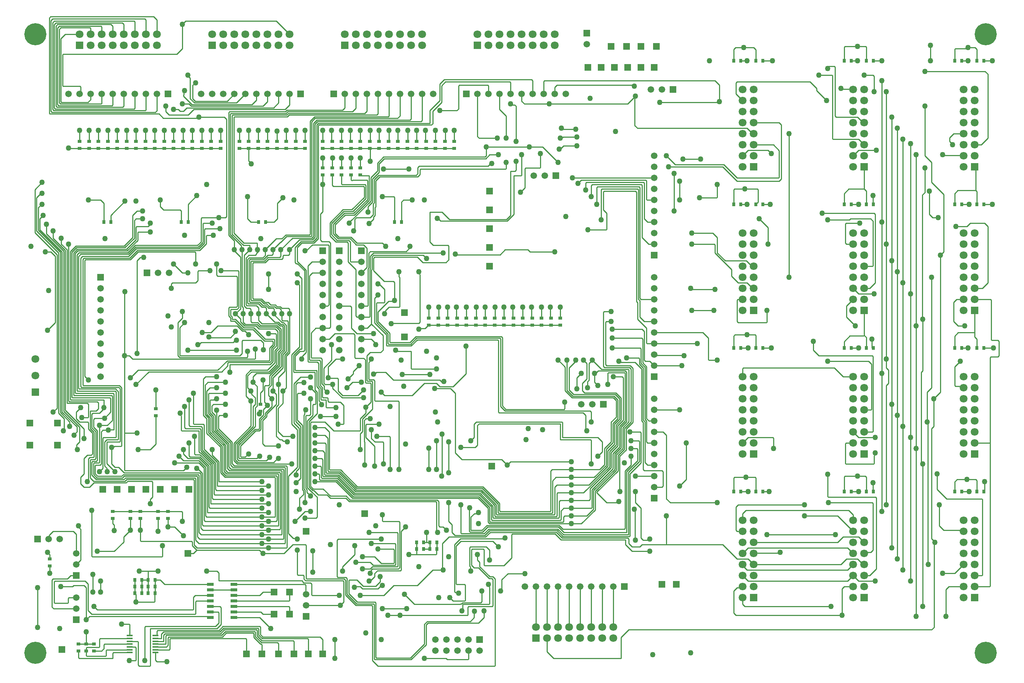
<source format=gbl>
G04*
G04 #@! TF.GenerationSoftware,Altium Limited,Altium Designer,22.3.1 (43)*
G04*
G04 Layer_Physical_Order=4*
G04 Layer_Color=16711680*
%FSLAX25Y25*%
%MOIN*%
G70*
G04*
G04 #@! TF.SameCoordinates,A87CA661-C890-46F0-A320-74F5598AF3CC*
G04*
G04*
G04 #@! TF.FilePolarity,Positive*
G04*
G01*
G75*
%ADD16C,0.01000*%
%ADD20R,0.03150X0.03740*%
%ADD21R,0.03740X0.03150*%
%ADD31R,0.06004X0.02559*%
%ADD78R,0.05906X0.05906*%
%ADD79C,0.07087*%
%ADD80R,0.07087X0.07087*%
%ADD81R,0.07087X0.07087*%
%ADD82C,0.05906*%
%ADD83R,0.05906X0.05906*%
%ADD84R,0.05906X0.05906*%
%ADD85C,0.05906*%
%ADD86R,0.05906X0.05906*%
%ADD87C,0.20000*%
%ADD88C,0.05000*%
%ADD101R,0.05807X0.01772*%
D16*
X57000Y232000D02*
Y238000D01*
Y232000D02*
X60000Y229000D01*
X47000Y239879D02*
X64000Y222879D01*
X60000Y229000D02*
X67414D01*
X47000Y239879D02*
Y384485D01*
X64000Y214000D02*
Y222879D01*
X62000Y233000D02*
X67414D01*
X44000Y238243D02*
X57500Y224743D01*
Y220157D02*
Y224743D01*
X44000Y238243D02*
Y383243D01*
X45500Y238864D02*
Y383864D01*
X60000Y211082D02*
Y224364D01*
X45500Y238864D02*
X60000Y224364D01*
X323000Y102000D02*
X325500Y99500D01*
X310000Y102000D02*
X323000D01*
X325500Y99500D02*
X345414D01*
X333000Y101000D02*
X343914D01*
X316000Y107000D02*
X327000D01*
X333000Y101000D01*
X309000Y109000D02*
Y117000D01*
X298000Y98000D02*
X309000Y109000D01*
X298000Y94000D02*
Y98000D01*
X591000Y118000D02*
X642000D01*
X655000Y105000D01*
X884000Y287414D02*
X884586Y288000D01*
X884000Y210000D02*
Y287414D01*
X884586Y288000D02*
X891000D01*
X528000Y441414D02*
X528586Y442000D01*
X528000Y426000D02*
Y441414D01*
X528586Y442000D02*
X566414D01*
X567000Y441414D01*
Y341000D02*
Y441414D01*
X428586Y478000D02*
X479000D01*
X493000Y464000D01*
X496000Y495000D02*
X497000Y494000D01*
X509000D01*
X495765Y486765D02*
X497351D01*
X495000Y486000D02*
X495765Y486765D01*
X497351D02*
X497586Y487000D01*
X510000D01*
X495082Y476000D02*
X498082Y479000D01*
X510000D01*
X494000Y476000D02*
X495082D01*
X560000Y112000D02*
X576000D01*
X554000Y118000D02*
X560000Y112000D01*
X575235Y122235D02*
X576000Y123000D01*
X571918Y122000D02*
X572152Y122235D01*
X575235D01*
X570000Y122000D02*
X571918D01*
X568000Y124000D02*
X570000Y122000D01*
X568000Y124000D02*
Y151000D01*
X554000Y118000D02*
Y122500D01*
X496757Y124000D02*
X556000D01*
X557000Y123000D01*
Y119000D02*
X560000Y116000D01*
X567000D01*
X557000Y119000D02*
Y123000D01*
X563000Y156000D02*
X568000Y151000D01*
X563000Y156000D02*
Y166000D01*
X548621Y166379D02*
X549000Y166000D01*
X548621Y166379D02*
Y198000D01*
X547235Y156235D02*
X548000Y157000D01*
X537000Y156000D02*
X545414D01*
X545649Y156235D01*
X528035Y164964D02*
X537000Y156000D01*
X545649Y156235D02*
X547235D01*
X562500Y122500D02*
X563000Y122000D01*
X562500Y122500D02*
Y149500D01*
X562000Y150000D02*
X562500Y149500D01*
X330000Y8000D02*
X435414D01*
X436000Y8586D01*
Y87000D01*
X415181Y114095D02*
X425319D01*
X414595Y99405D02*
Y113510D01*
Y99405D02*
X416784Y97216D01*
X420784D01*
X414595Y113510D02*
X415181Y114095D01*
X413000Y98586D02*
X413586Y98000D01*
X413000Y115414D02*
X413586Y116000D01*
Y94414D02*
X414000Y94000D01*
X413000Y98586D02*
Y115414D01*
X413586Y94414D02*
Y98000D01*
Y116000D02*
X428000D01*
X431000Y113000D01*
X425905Y99586D02*
Y113510D01*
X425319Y114095D02*
X425905Y113510D01*
Y99586D02*
X426490Y99000D01*
X444000D01*
X420784Y97216D02*
X430500Y87500D01*
X495500Y122500D02*
X554000D01*
X490257Y127743D02*
X495500Y122500D01*
X451586Y127743D02*
X490257D01*
X451000Y106000D02*
Y127157D01*
X451586Y127743D01*
X444000Y99000D02*
X451000Y106000D01*
X505000Y179000D02*
X525757D01*
X505000Y172000D02*
X520879D01*
X526500Y166379D02*
X545621Y185500D01*
X539561Y188561D02*
Y202439D01*
X487586Y186000D02*
X505000D01*
X525000Y150121D02*
Y167000D01*
X544121Y186121D01*
X528035Y165793D02*
X547121Y184879D01*
X520879Y172000D02*
X538000Y189121D01*
X525757Y179000D02*
X536500Y189743D01*
X505000Y186000D02*
X530636D01*
X522000Y168636D02*
X541061Y187697D01*
X523500Y167621D02*
X542561Y186682D01*
X526500Y149500D02*
Y166379D01*
X516000Y165000D02*
X539561Y188561D01*
X544121Y186121D02*
Y200000D01*
X530636Y186000D02*
X535000Y190364D01*
X522000Y159000D02*
Y168636D01*
X547121Y184879D02*
Y198621D01*
X542561Y186682D02*
Y200561D01*
X545621Y185500D02*
Y199379D01*
X536500Y189743D02*
Y204379D01*
X541061Y187697D02*
Y201561D01*
X505000Y165000D02*
X516000D01*
X528035Y164964D02*
Y165793D01*
X491000Y179000D02*
X505000D01*
X538000Y189121D02*
Y203000D01*
X523500Y151500D02*
Y167621D01*
X548621Y198000D02*
X554500Y203879D01*
Y222636D01*
X539561Y202439D02*
X545500Y208379D01*
X551500Y223879D02*
X557000Y229379D01*
X547000Y225879D02*
X552000Y230879D01*
X545500Y226500D02*
X550000Y231000D01*
X541061Y201561D02*
X547000Y207500D01*
X544000Y209000D02*
Y227121D01*
X548500Y206500D02*
Y225257D01*
X550000Y224500D02*
X555000Y229500D01*
X541000Y229000D02*
X545500Y233500D01*
X542500Y227743D02*
X547000Y232243D01*
X536500Y204379D02*
X542500Y210379D01*
X547121Y198621D02*
X553000Y204500D01*
X541000Y211000D02*
Y229000D01*
X535000Y205000D02*
X541000Y211000D01*
X544000Y227121D02*
X548500Y231621D01*
X542561Y200561D02*
X548500Y206500D01*
X551500Y205257D02*
Y223879D01*
X542500Y210379D02*
Y227743D01*
X548500Y225257D02*
X553500Y230257D01*
X538000Y203000D02*
X544000Y209000D01*
X545500Y208379D02*
Y226500D01*
X544121Y200000D02*
X550000Y205879D01*
X553000Y204500D02*
Y223257D01*
X547000Y207500D02*
Y225879D01*
X545621Y199379D02*
X551500Y205257D01*
X550000Y205879D02*
Y224500D01*
X553000Y223257D02*
X559000Y229257D01*
X492000Y172000D02*
X505000D01*
X554500Y222636D02*
X560500Y228636D01*
Y277914D01*
X537086Y280000D02*
X558414D01*
X560500Y277914D01*
X557500Y278500D02*
X559000Y277000D01*
Y229257D02*
Y277000D01*
X535086Y278500D02*
X557500D01*
X536000Y281086D02*
X537086Y280000D01*
X534000Y279586D02*
X535086Y278500D01*
X534000Y279586D02*
Y328414D01*
X553500Y230257D02*
Y273293D01*
X526899Y273000D02*
X529278Y275379D01*
X538000Y263000D02*
Y273293D01*
X557000Y229379D02*
Y276293D01*
X552914Y273879D02*
X553500Y273293D01*
X526000Y273000D02*
X526899D01*
X532121Y276879D02*
X556414D01*
X529278Y275379D02*
X553657D01*
X538000Y273293D02*
X538586Y273879D01*
X552914D01*
X524000Y285000D02*
X532121Y276879D01*
X556414D02*
X557000Y276293D01*
X553657Y275379D02*
X555000Y274036D01*
Y229500D02*
Y274036D01*
X499000Y144000D02*
X505000D01*
X518879D01*
X536586Y320000D02*
X541000D01*
X536000Y281086D02*
Y319414D01*
X536586Y320000D01*
X534586Y329000D02*
X541000D01*
X534000Y328414D02*
X534586Y329000D01*
X548000Y283500D02*
X548500Y283000D01*
X562500D01*
X447510Y91914D02*
X463000D01*
X420000Y104000D02*
Y109000D01*
Y104000D02*
X422000Y102000D01*
Y98121D02*
Y102000D01*
X430500Y87500D02*
X432828D01*
X422000Y98121D02*
X431121Y89000D01*
X434000D01*
X433914Y62672D02*
Y86414D01*
X432828Y87500D02*
X433914Y86414D01*
X433328Y62086D02*
X433914Y62672D01*
X412000Y62086D02*
X433328D01*
X411414Y61500D02*
X412000Y62086D01*
X407086Y64000D02*
X430414D01*
X431000Y64586D01*
X406500Y63414D02*
X407086Y64000D01*
X431000Y64586D02*
Y79414D01*
X410828Y54000D02*
X411414Y54586D01*
X350000Y54000D02*
X410828D01*
X411414Y54586D02*
Y61500D01*
X163000Y110000D02*
X166000Y113000D01*
X158000Y110000D02*
X163000D01*
X163500Y117621D02*
X166121Y115000D01*
X163500Y117621D02*
Y176414D01*
X166121Y115000D02*
X246965D01*
X349000Y333000D02*
X349586Y333586D01*
X339918Y333000D02*
X349000D01*
X349586Y333586D02*
Y360000D01*
X349000Y360586D02*
X349586Y360000D01*
X349000Y360586D02*
Y365000D01*
X336765Y329848D02*
X339918Y333000D01*
X335414Y337000D02*
X336000Y337586D01*
X330000Y320000D02*
Y328879D01*
X329086Y337000D02*
X335414D01*
X331000Y354000D02*
X336000Y349000D01*
Y337586D02*
Y349000D01*
X339621Y338500D02*
X344500D01*
X330000Y328879D02*
X339621Y338500D01*
X328500Y319379D02*
Y336414D01*
X329086Y337000D01*
X344500Y338500D02*
X345000Y339000D01*
Y355414D01*
X343914Y356500D02*
X345000Y355414D01*
X335500Y356500D02*
X343914D01*
X311000Y309000D02*
X326000D01*
X306000Y314000D02*
X311000Y309000D01*
X306000Y314000D02*
Y333000D01*
X305000Y334000D02*
X306000Y333000D01*
X295000Y334000D02*
X305000D01*
X265000Y292000D02*
Y366586D01*
X261000Y286000D02*
X261765Y286765D01*
Y288765D02*
X265000Y292000D01*
X261765Y286765D02*
Y288765D01*
X263500Y294000D02*
Y365965D01*
X262500Y293000D02*
X263500Y294000D01*
X259243Y293000D02*
X262500D01*
X259121Y295000D02*
X261000D01*
Y359000D01*
X253500Y289379D02*
X259121Y295000D01*
X255000Y288757D02*
X259243Y293000D01*
X255000Y276207D02*
Y288757D01*
Y276207D02*
X255586Y275621D01*
X254086Y274000D02*
X273000D01*
X253500Y274586D02*
Y289379D01*
Y274586D02*
X254086Y274000D01*
X252000Y290000D02*
X259000Y297000D01*
X252000Y227000D02*
Y290000D01*
X259000Y297000D02*
Y353000D01*
X255500Y229500D02*
X260000Y225000D01*
X254000Y228000D02*
Y263879D01*
X255500Y229500D02*
Y263000D01*
X254000Y228000D02*
X258500Y223500D01*
X254000Y263879D02*
X260021Y269900D01*
X255500Y263000D02*
X257400Y264900D01*
X255586Y275621D02*
X274500D01*
X257000Y363000D02*
X261000Y359000D01*
X273000Y258121D02*
Y274000D01*
X274914Y283500D02*
X276371Y282043D01*
X267086Y283500D02*
X274914D01*
X266500Y284086D02*
Y370379D01*
Y284086D02*
X267086Y283500D01*
X279371Y263629D02*
X281250Y261750D01*
X277871Y262129D02*
Y284043D01*
X279371Y263629D02*
Y286043D01*
X278414Y287000D02*
X279371Y286043D01*
X280871Y277871D02*
X288000Y285000D01*
X276371Y261507D02*
Y282043D01*
X276914Y285000D02*
X277871Y284043D01*
Y262129D02*
X279750Y260250D01*
X276371Y261507D02*
X278250Y259629D01*
X274500Y261257D02*
Y275621D01*
X280871Y264250D02*
X282121Y263000D01*
X280871Y264250D02*
Y277871D01*
X268586Y285000D02*
X276914D01*
X268000Y285586D02*
Y361364D01*
Y285586D02*
X268586Y285000D01*
X269500Y287586D02*
Y309914D01*
X270086Y287000D02*
X278414D01*
X269500Y287586D02*
X270086Y287000D01*
X276000Y395000D02*
Y497414D01*
X275000Y236879D02*
Y256121D01*
X273000Y258121D02*
X275000Y256121D01*
X267500Y229536D02*
X270222Y232257D01*
X270379D01*
X275000Y236879D01*
X269500Y309914D02*
X273586Y314000D01*
X256964Y372500D02*
X263500Y365965D01*
X268000Y361364D02*
X270636Y364000D01*
X266500Y370379D02*
X270121Y374000D01*
X273586Y314000D02*
X280000D01*
X256086Y372500D02*
X256964D01*
X270636Y364000D02*
X280000D01*
X255000Y373586D02*
X256086Y372500D01*
X257000Y374586D02*
X265000Y366586D01*
X257000Y374586D02*
Y387000D01*
X261000Y391000D01*
X272000D01*
X276000Y395000D01*
X265000Y384000D02*
X270500Y389500D01*
X264000Y384000D02*
X265000D01*
X270500Y389500D02*
X284914D01*
X285500Y335086D02*
Y388914D01*
X284914Y389500D02*
X285500Y388914D01*
X276000Y497414D02*
X276586Y498000D01*
X378414D01*
X377000Y499500D02*
Y511000D01*
X275964Y499500D02*
X377000D01*
X378414Y498000D02*
X379439Y499025D01*
X369000Y501000D02*
X370000Y502000D01*
X275343Y501000D02*
X369000D01*
X370000Y502000D02*
Y526000D01*
X379439Y499025D02*
Y510439D01*
X377000Y511000D02*
X386000Y520000D01*
X379439Y510439D02*
X387500Y518500D01*
Y533500D01*
X391000Y537000D01*
X257000Y355000D02*
X259000Y353000D01*
X256000Y174000D02*
X260000Y178000D01*
X257000Y230621D02*
X261500Y226121D01*
X264500Y234414D02*
X265086Y235000D01*
X267500Y170379D02*
Y229536D01*
X269000Y228414D02*
X269586Y229000D01*
X266000Y169757D02*
Y230157D01*
X269601Y233757D01*
X264500Y169136D02*
Y234414D01*
X269586Y229000D02*
X282000D01*
X264500Y169136D02*
X265500Y168136D01*
X263000Y235536D02*
X263735Y236270D01*
X261500Y167893D02*
Y226121D01*
X257000Y188000D02*
Y222000D01*
X265086Y235000D02*
X268000D01*
X269000Y171000D02*
Y228414D01*
X256000Y184586D02*
X258500Y187086D01*
X263000Y168515D02*
Y235536D01*
X261500Y167893D02*
X262500Y166893D01*
X263000Y168515D02*
X264000Y167515D01*
X267500Y170379D02*
X270775Y167104D01*
X260000Y178000D02*
Y225000D01*
X258500Y187086D02*
Y223500D01*
X266000Y169757D02*
X270154Y165604D01*
X252000Y227000D02*
X257000Y222000D01*
X249050Y180050D02*
X257000Y188000D01*
X269000Y171000D02*
X271396Y168604D01*
X257586Y90439D02*
X262353D01*
X262939Y86939D02*
X264586Y85293D01*
X257000Y91025D02*
X257586Y90439D01*
X262353D02*
X262939Y89854D01*
Y86939D02*
Y89854D01*
X265000Y87586D02*
Y117414D01*
X253000Y118000D02*
X264414D01*
X265000Y87586D02*
X265586Y87000D01*
X264586Y85293D02*
X298414D01*
X257000Y91025D02*
Y113000D01*
X264414Y118000D02*
X265000Y117414D01*
X256235Y123765D02*
X257000Y123000D01*
X253235Y123765D02*
X256235D01*
X249050Y127950D02*
X253235Y123765D01*
X245000Y110000D02*
X253000Y118000D01*
X260021Y269900D02*
X268908D01*
X257000Y230621D02*
Y254414D01*
X257400Y264900D02*
X263000D01*
X257586Y255000D02*
X263000D01*
X257000Y254414D02*
X257586Y255000D01*
X249050Y127950D02*
Y180050D01*
X225636Y110000D02*
X226000D01*
X245000D01*
X246965Y115000D02*
X247550Y115586D01*
Y188914D01*
X168500Y123000D02*
X231000D01*
X245464Y119000D02*
X246050Y119586D01*
X225000Y119000D02*
X245464D01*
X246050Y119586D02*
Y187414D01*
X262586Y83500D02*
X268914D01*
X262000Y84086D02*
Y84914D01*
Y84086D02*
X262586Y83500D01*
X186000Y85500D02*
X261414D01*
X262000Y84914D01*
X263923Y82000D02*
X264509Y81414D01*
X199677Y82000D02*
X263923D01*
X264509Y73491D02*
Y81414D01*
X268914Y83500D02*
X270000Y82414D01*
X264509Y73491D02*
X265000Y73000D01*
X270000Y72586D02*
Y82414D01*
X296000Y64000D02*
X297000D01*
X298414Y85293D02*
X299000Y84707D01*
Y66000D02*
Y84707D01*
X265586Y87000D02*
X299414D01*
X300500Y85914D01*
X303500Y73743D02*
Y85414D01*
X304086Y86000D01*
X300914Y88500D02*
X302000Y87414D01*
X300500Y72500D02*
Y85914D01*
X297000Y64000D02*
X299000Y66000D01*
X303500Y73743D02*
X311243Y66000D01*
X302000Y73121D02*
X310621Y64500D01*
X304086Y86000D02*
X311000D01*
X300500Y72500D02*
X310000Y63000D01*
X302000Y73121D02*
Y87414D01*
X296000Y63000D02*
Y64000D01*
X270586Y72000D02*
X295000D01*
X270000Y72586D02*
X270586Y72000D01*
X403000Y512586D02*
Y533414D01*
X403586Y534000D02*
X429414D01*
X430000Y526000D02*
Y533414D01*
X429414Y534000D02*
X430000Y533414D01*
X403000D02*
X403586Y534000D01*
X401414Y511000D02*
X403000Y512586D01*
X386000Y511000D02*
X401414D01*
X386000Y520000D02*
Y535000D01*
X421586Y486000D02*
X438000D01*
X420000Y487586D02*
Y526000D01*
Y487586D02*
X421586Y486000D01*
X386000Y535000D02*
X390000Y539000D01*
X101086Y185000D02*
X154000D01*
X100500Y185586D02*
X101086Y185000D01*
X100500Y185586D02*
Y219586D01*
X95379Y188000D02*
X100379Y183000D01*
X92000Y188000D02*
X95379D01*
X100379Y183000D02*
X168586D01*
X101086Y219000D02*
X112000D01*
X154000Y185000D02*
X157000Y188000D01*
X146000Y192000D02*
X168015D01*
X286351Y268765D02*
X293235D01*
X294000Y268000D01*
X285000Y269000D02*
Y279000D01*
X292000Y286000D01*
X298000D01*
X289000Y259586D02*
Y263000D01*
X282121D02*
X289000D01*
X288000Y285000D02*
Y299000D01*
X294000Y257000D02*
Y268000D01*
X289000Y259586D02*
X297586Y251000D01*
X307729Y274729D02*
X313000Y280000D01*
X294000Y257000D02*
X298000Y253000D01*
X312000D01*
X297586Y251000D02*
X317000D01*
X312000Y253000D02*
X317000Y258000D01*
X303000Y268000D02*
X307729Y272729D01*
Y274729D01*
X302000Y260000D02*
X307000Y265000D01*
X315000D01*
X280336Y251250D02*
X283914D01*
X284500Y248000D02*
Y250664D01*
X283914Y251250D02*
X284500Y250664D01*
X284000Y256000D02*
Y256157D01*
X281250Y258907D02*
X284000Y256157D01*
X281250Y258907D02*
Y261750D01*
X279750Y251836D02*
X280336Y251250D01*
X279750Y251836D02*
Y260250D01*
X278836Y249000D02*
X283000D01*
X278250Y249586D02*
X278836Y249000D01*
X283000Y242586D02*
Y249000D01*
X278250Y249586D02*
Y259629D01*
X274500Y261257D02*
X276750Y259007D01*
X279000Y244900D02*
Y245982D01*
X276750Y248232D02*
X279000Y245982D01*
X276750Y248232D02*
Y259007D01*
X247000Y288879D02*
X250000Y291879D01*
X242500Y279379D02*
Y290743D01*
X235000Y283843D02*
Y295017D01*
X231257Y274500D02*
X238000Y281243D01*
X233500Y295638D02*
X236379Y298517D01*
X231879Y273000D02*
X239500Y280621D01*
X238000Y293000D02*
X240879Y295879D01*
X236500Y282621D02*
Y293664D01*
X242500Y290743D02*
X245379Y293621D01*
X241000Y291364D02*
X243879Y294243D01*
X238000Y281243D02*
Y293000D01*
X196000Y281000D02*
X232157D01*
X247000Y260000D02*
Y288879D01*
X244000Y290121D02*
X247000Y293121D01*
X240000Y269500D02*
X245500Y275000D01*
X232157Y281000D02*
X235000Y283843D01*
X245500Y289500D02*
X248500Y292500D01*
X232000Y285086D02*
Y296259D01*
X241000Y280000D02*
Y291364D01*
X194586Y283000D02*
X232035D01*
X233500Y284465D02*
Y295638D01*
X239500Y280621D02*
Y291985D01*
X193500Y284500D02*
X231414D01*
X244000Y278000D02*
Y290121D01*
Y257000D02*
X247000Y260000D01*
X232000Y296259D02*
X234879Y299138D01*
X235063Y269063D02*
X244000Y278000D01*
X233563Y270442D02*
X242500Y279379D01*
X235000Y295017D02*
X237879Y297895D01*
X236500Y293664D02*
X239379Y296543D01*
X231414Y284500D02*
X232000Y285086D01*
X232063Y271063D02*
X241000Y280000D01*
X239500Y291985D02*
X242379Y294864D01*
X232035Y283000D02*
X233500Y284465D01*
X245500Y275000D02*
Y289500D01*
X229879Y276000D02*
X236500Y282621D01*
X244000Y246000D02*
Y257000D01*
X237879Y297895D02*
Y308414D01*
X226291Y295500D02*
Y300709D01*
X234879Y299138D02*
Y301914D01*
X236379Y298517D02*
Y303414D01*
X296000Y247000D02*
X299000Y244000D01*
X284500Y248000D02*
X285500Y247000D01*
X283000Y242586D02*
X283586Y242000D01*
X285500Y247000D02*
X296000D01*
X299000Y227586D02*
Y244000D01*
X283586Y242000D02*
X292000D01*
X344850Y410000D02*
Y432414D01*
X344265Y433000D02*
X344850Y432414D01*
X334000Y433000D02*
X344265D01*
X431000Y471000D02*
X439000D01*
X427500Y467500D02*
X431000Y471000D01*
X446000Y486000D02*
Y506000D01*
X440000Y512000D02*
X446000Y506000D01*
X368586Y458000D02*
X445414D01*
X446000Y458586D02*
Y464000D01*
X445414Y458000D02*
X446000Y458586D01*
X440000Y512000D02*
Y526000D01*
X450000Y517000D02*
X450765Y516235D01*
X453765D01*
X455000Y515000D01*
Y483000D02*
Y515000D01*
X450000Y416121D02*
Y456000D01*
X454000D02*
X455000Y457000D01*
Y465000D01*
X450000Y456000D02*
X454000D01*
X429738Y460820D02*
X431918Y463000D01*
X366000Y459414D02*
X367406Y460820D01*
X431918Y463000D02*
X433000D01*
X367406Y460820D02*
X429738D01*
X366000Y454000D02*
Y459414D01*
X368000Y457414D02*
X368586Y458000D01*
X368000Y453000D02*
Y457414D01*
X446379Y412500D02*
X450000Y416121D01*
X453000Y452000D02*
X459414D01*
X453000Y417000D02*
Y452000D01*
X394500Y412500D02*
X446379D01*
X460000Y452586D02*
Y471000D01*
X459414Y452000D02*
X460000Y452586D01*
X463000Y441000D02*
Y458414D01*
X459000Y437000D02*
X463000Y441000D01*
Y458414D02*
X463586Y459000D01*
X476414D01*
X477000Y459586D02*
Y472000D01*
X476414Y459000D02*
X477000Y459586D01*
X377000Y392000D02*
Y419000D01*
X388000D01*
X394500Y412500D01*
X366000Y451000D02*
X368000Y453000D01*
X364500Y452500D02*
X366000Y454000D01*
X330621Y452500D02*
X364500D01*
X331500Y451000D02*
X366000D01*
X326500Y448379D02*
X330621Y452500D01*
X328000Y447500D02*
X331500Y451000D01*
X328000Y424000D02*
Y447500D01*
X325750Y426629D02*
X326500Y427379D01*
Y448379D01*
X327250Y423250D02*
X328000Y424000D01*
X325750Y416750D02*
Y426629D01*
X327250Y416129D02*
Y423250D01*
X326000Y414879D02*
X327250Y416129D01*
X326000Y412720D02*
Y414879D01*
X322000Y408720D02*
X326000Y412720D01*
X323000Y414000D02*
X325750Y416750D01*
X310414Y414000D02*
X323000D01*
X309000Y412586D02*
X310414Y414000D01*
X308000Y402000D02*
X308765Y402765D01*
Y404351D01*
X309000Y404586D01*
Y412586D01*
X447000Y411000D02*
X453000Y417000D01*
X335621Y467500D02*
X427500D01*
X428000Y470121D02*
Y477414D01*
X426879Y469000D02*
X428000Y470121D01*
X335000Y469000D02*
X426879D01*
X329500Y463500D02*
X335000Y469000D01*
X331000Y462879D02*
X335621Y467500D01*
X331000Y455000D02*
Y462879D01*
X329500Y456500D02*
Y463500D01*
X325000Y449000D02*
X331000Y455000D01*
X323500Y450500D02*
X329500Y456500D01*
X325000Y428000D02*
Y449000D01*
X289500Y399500D02*
Y408000D01*
X314850Y452000D02*
X322000D01*
X323500Y429207D02*
Y450500D01*
X322000Y429828D02*
Y452000D01*
X286500Y397500D02*
Y409500D01*
X308672Y416500D02*
X322000Y429828D01*
X298289Y421289D02*
X306411D01*
X318414Y444000D02*
X319000Y443414D01*
Y431578D02*
Y443414D01*
X289500Y408000D02*
X299500Y418000D01*
X316914Y442500D02*
X317500Y441914D01*
X291311Y407689D02*
X300121Y416500D01*
X299500Y418000D02*
X308000D01*
X286500Y409500D02*
X298289Y421289D01*
X300121Y416500D02*
X308672D01*
X298910Y419789D02*
X307211D01*
X317500Y432379D02*
Y441914D01*
X297586Y444000D02*
X318414D01*
X306411Y421289D02*
X317500Y432379D01*
X320500Y430500D02*
Y447414D01*
X289586Y442500D02*
X316914D01*
X288000Y398646D02*
Y408879D01*
X308000Y418000D02*
X320500Y430500D01*
X288000Y408879D02*
X298910Y419789D01*
X304000Y409000D02*
Y409707D01*
X307211Y419789D02*
X319000Y431578D01*
X304000Y409707D02*
X323500Y429207D01*
X291311Y399811D02*
Y407689D01*
X321000Y424000D02*
X325000Y428000D01*
X321000Y418957D02*
Y424000D01*
X391000Y537000D02*
X449414D01*
X450000Y536414D01*
Y526000D02*
Y536414D01*
X470000Y526000D02*
Y538000D01*
X469000Y539000D02*
X470000Y538000D01*
X390000Y539000D02*
X469000D01*
X408414Y67000D02*
X409000Y67586D01*
X395000Y70000D02*
X398000Y67000D01*
X406464Y65500D02*
X422914D01*
X405550Y64586D02*
X406464Y65500D01*
X409000Y67586D02*
Y81414D01*
X398000Y67000D02*
X408414D01*
X422914Y65500D02*
X424000Y66586D01*
X405000Y64586D02*
X405550D01*
X408414Y82000D02*
X409000Y81414D01*
X401320Y82000D02*
X408414D01*
X400735Y82586D02*
X401320Y82000D01*
X400735Y82586D02*
Y116735D01*
X405000Y121000D01*
X399235Y75351D02*
X399820Y74765D01*
X399235Y118235D02*
X404500Y123500D01*
X399820Y74765D02*
X402235D01*
X399235Y75351D02*
Y118235D01*
X434000Y121000D02*
X439000Y116000D01*
X405000Y121000D02*
X434000D01*
X445000Y123500D02*
Y124000D01*
X402235Y74765D02*
X403000Y74000D01*
X404500Y123500D02*
X444500D01*
X445000Y124000D01*
X431000Y104000D02*
Y113000D01*
X434000Y89000D02*
X436000Y87000D01*
X394000Y138950D02*
X397000Y135950D01*
Y129000D02*
Y135950D01*
Y129000D02*
X399500Y126500D01*
X394243Y125000D02*
X427257D01*
X431500Y129243D01*
X388235Y118992D02*
X394243Y125000D01*
X399500Y126500D02*
X426636D01*
X430879Y130743D01*
X405000Y128586D02*
Y154000D01*
Y128586D02*
X405586Y128000D01*
X413379Y129500D02*
X424621D01*
X426015Y128000D02*
X430257Y132243D01*
X405586Y128000D02*
X426015D01*
X412500Y130379D02*
X413379Y129500D01*
X412500Y130379D02*
Y151000D01*
X491515Y129243D02*
X496757Y124000D01*
X431500Y129243D02*
X491515D01*
X498379Y129000D02*
X555000D01*
X556500Y127000D02*
Y183500D01*
X492136Y130743D02*
X497379Y125500D01*
X493379Y134000D02*
X498379Y129000D01*
X497379Y125500D02*
X557500D01*
X498000Y127000D02*
X556500D01*
X555000Y129000D02*
Y184121D01*
X492757Y132243D02*
X498000Y127000D01*
X430879Y130743D02*
X492136D01*
X430257Y132243D02*
X492757D01*
X414000Y131000D02*
X424000D01*
X414000D02*
Y143000D01*
X424000Y131000D02*
X428500Y135500D01*
X424621Y129500D02*
X429121Y134000D01*
X497311Y132189D02*
X552914D01*
X553500Y132775D01*
Y184743D01*
X494000Y135500D02*
X497311Y132189D01*
X429121Y134000D02*
X493379D01*
X428500Y135500D02*
X494000D01*
X429500Y138500D02*
X431000Y137000D01*
X431646Y138561D02*
X497414D01*
X431061Y139146D02*
Y146061D01*
X505000Y137000D02*
X514000D01*
X429500Y138500D02*
Y151136D01*
X431000Y137000D02*
X505000D01*
X431061Y139146D02*
X431646Y138561D01*
X433146Y140121D02*
X494853D01*
X432561Y140707D02*
X433146Y140121D01*
X432561Y140707D02*
Y152318D01*
X498000Y139146D02*
Y143000D01*
X497414Y138561D02*
X498000Y139146D01*
X557500Y125500D02*
X558000Y126000D01*
X569000Y118000D02*
X591000D01*
X567000Y116000D02*
X569000Y118000D01*
X558000Y126000D02*
Y182000D01*
X556500Y183500D02*
X566500Y193500D01*
X555000Y184121D02*
X565000Y194121D01*
X558000Y182000D02*
X568000Y192000D01*
X388235Y95765D02*
Y118992D01*
X424000Y66586D02*
Y76000D01*
X430765Y79649D02*
Y81235D01*
Y79649D02*
X431000Y79414D01*
X406500Y58500D02*
Y63414D01*
X430000Y82000D02*
X430765Y81235D01*
X442000Y78586D02*
Y86404D01*
X447510Y91914D01*
X441765Y78351D02*
X442000Y78586D01*
X441000Y76000D02*
X441765Y76765D01*
Y78351D01*
X388235Y95765D02*
X389000Y95000D01*
X313000Y280000D02*
Y282000D01*
X318500Y265086D02*
Y285328D01*
X321500Y268086D02*
Y282843D01*
X324000Y285343D02*
Y286000D01*
X320000Y289000D02*
X323000Y292000D01*
X321500Y268086D02*
X322086Y267500D01*
X320000Y266586D02*
Y289000D01*
Y266586D02*
X320586Y266000D01*
X318500Y265086D02*
X319086Y264500D01*
X320586Y266000D02*
X324414D01*
X316914Y286914D02*
X318500Y285328D01*
X322086Y267500D02*
X325914D01*
X319086Y264500D02*
X322914D01*
X321500Y282843D02*
X324000Y285343D01*
X323500Y247000D02*
Y263914D01*
X322914Y264500D02*
X323500Y263914D01*
X319000Y242500D02*
X323500Y247000D01*
X324414Y266000D02*
X325000Y265414D01*
Y240879D02*
Y265414D01*
X325914Y267500D02*
X327000Y266414D01*
Y248576D02*
Y266414D01*
X314000Y232000D02*
X319000Y237000D01*
Y242500D01*
X314000Y221586D02*
Y232000D01*
X316000Y220500D02*
Y231879D01*
X325000Y240879D01*
X317500Y230500D02*
X319000Y232000D01*
Y226414D02*
X319586Y227000D01*
X324000Y214121D02*
Y222000D01*
X313414Y221000D02*
X314000Y221586D01*
X319000Y232000D02*
X323000D01*
X317500Y211424D02*
Y230500D01*
X319000Y215000D02*
Y226414D01*
X319586Y227000D02*
X331000D01*
X317500Y211424D02*
X318000Y210924D01*
X319000Y215000D02*
X327000Y207000D01*
X318000Y190000D02*
Y210924D01*
X314000Y218500D02*
X316000Y220500D01*
X327000Y248576D02*
X327586Y247990D01*
X348414D01*
X349000Y186000D02*
Y247405D01*
X348414Y247990D02*
X349000Y247405D01*
X309000Y287500D02*
X309586Y286914D01*
X316914D01*
X309000Y287500D02*
Y308000D01*
X294000Y227000D02*
X298414D01*
X377000Y392000D02*
X380000Y389000D01*
X393414D01*
X394000Y376000D02*
Y388414D01*
X393414Y389000D02*
X394000Y388414D01*
X391500Y373500D02*
X394000Y376000D01*
X386657Y411000D02*
X447000D01*
X383500Y413500D02*
X384157D01*
X386657Y411000D01*
X365500Y378500D02*
X370500Y373500D01*
X391500D01*
X327000Y378500D02*
X365500D01*
X326000Y377500D02*
X327000Y378500D01*
X326000Y366000D02*
Y377500D01*
X324500Y367136D02*
Y378414D01*
X316820Y389500D02*
X320000Y386320D01*
X323000Y379035D02*
X325964Y382000D01*
X315000Y364000D02*
X320000Y369000D01*
X321000Y367879D02*
X321500Y368379D01*
X326000Y366000D02*
X335500Y356500D01*
X324500Y378414D02*
X326086Y380000D01*
X320000Y369000D02*
Y386320D01*
X322500Y367257D02*
X323000Y367757D01*
X321500Y368379D02*
Y381914D01*
X323086Y383500D01*
X324000Y366636D02*
X324500Y367136D01*
X323000Y367757D02*
Y379035D01*
X330000Y320000D02*
X340500Y309500D01*
X327000Y318757D02*
Y341000D01*
X340500Y301689D02*
X341086Y301104D01*
X327000Y318757D02*
X337500Y308257D01*
X340500Y301689D02*
Y309500D01*
X341086Y301104D02*
X358861D01*
X339000Y300314D02*
Y308879D01*
X337500Y298586D02*
Y308257D01*
X328500Y319379D02*
X339000Y308879D01*
X337500Y298586D02*
X338086Y298000D01*
X339000Y300314D02*
X339710Y299604D01*
X358861Y301104D02*
X364257Y306500D01*
X441036D01*
X441604Y306311D02*
X442500Y305414D01*
X441225Y306311D02*
X441604D01*
X441036Y306500D02*
X441225Y306311D01*
X442500Y243621D02*
Y305414D01*
X364879Y305000D02*
X440414D01*
X441000Y304414D01*
Y243000D02*
Y304414D01*
X365500Y303500D02*
X438414D01*
X439000Y302914D01*
Y238086D02*
Y302914D01*
X442500Y243621D02*
X445621Y240500D01*
X498414D01*
X499000Y241086D02*
Y247000D01*
X498414Y240500D02*
X499000Y241086D01*
X359482Y299604D02*
X364879Y305000D01*
X360000Y298000D02*
X365500Y303500D01*
X212000Y288086D02*
Y293000D01*
X150525Y287500D02*
X211414D01*
X212000Y288086D01*
X206964Y302414D02*
X207550Y303000D01*
X206964Y291036D02*
Y302414D01*
X204929Y289000D02*
X206964Y291036D01*
X108000Y286000D02*
X218414D01*
X219000Y286586D02*
Y295000D01*
X218414Y286000D02*
X219000Y286586D01*
X207550Y303000D02*
X224000D01*
X226291Y300709D01*
X217061Y312818D02*
X227379Y302500D01*
X234293D01*
X208682Y314318D02*
X217682D01*
X228000Y304000D01*
X208000Y312818D02*
X217061D01*
X234293Y302500D02*
X234879Y301914D01*
X219757Y316000D02*
X222257Y313500D01*
X222000Y321000D02*
X225000Y318000D01*
X222000Y321000D02*
Y327000D01*
X220500Y317500D02*
X223000Y315000D01*
X223621Y316500D02*
X238682D01*
X222257Y313500D02*
X237035D01*
X223000Y315000D02*
X238061D01*
X221121Y319000D02*
X223621Y316500D01*
X225000Y318000D02*
X239303D01*
X228000Y304000D02*
X235793D01*
X236379Y303414D01*
X194000Y282414D02*
X194586Y283000D01*
X196000Y274000D02*
Y281000D01*
X239379Y296543D02*
Y311157D01*
X240879Y295879D02*
Y312182D01*
X231000Y309000D02*
X237293D01*
X237879Y308414D01*
X158000Y294000D02*
X202000D01*
X200918Y303000D02*
X202000D01*
X198918Y301000D02*
X200918Y303000D01*
X170082Y301000D02*
X198918D01*
X168082Y299000D02*
X170082Y301000D01*
X177000Y306000D02*
X177500Y305500D01*
X196500D01*
X201000Y310000D02*
Y311000D01*
X196500Y305500D02*
X201000Y310000D01*
X167000Y299000D02*
X168082D01*
X207379Y311318D02*
X209682D01*
X213000Y308000D01*
X184000Y362000D02*
Y372000D01*
X195000Y325000D02*
X196500Y323500D01*
X201914Y361000D02*
X202500Y360414D01*
Y333793D02*
Y360414D01*
X185000Y361000D02*
X201914D01*
X184000Y362000D02*
X185000Y361000D01*
X195586Y333000D02*
X201707D01*
X202500Y333793D01*
X195000Y332414D02*
X195586Y333000D01*
X195000Y325000D02*
Y332414D01*
X197086Y331000D02*
X202414D01*
X196500Y330414D02*
X197086Y331000D01*
X196500Y325621D02*
X198000Y324121D01*
X196500Y325621D02*
Y330414D01*
X202414Y331000D02*
X204000Y332586D01*
Y365414D01*
X188000Y366000D02*
X203414D01*
X204000Y365414D01*
X202697Y316000D02*
X207379Y311318D01*
X185000Y316000D02*
X202697D01*
X196500Y320500D02*
Y323500D01*
X200318Y320500D02*
X208000Y312818D01*
X196500Y320500D02*
X200318D01*
X198000Y322000D02*
Y324121D01*
X201000Y322000D02*
X208682Y314318D01*
X209192Y316000D02*
X219757D01*
X205479Y319713D02*
X209192Y316000D01*
X208000Y319314D02*
X209814Y317500D01*
X220500D01*
X198000Y322000D02*
X201000D01*
X179000Y310000D02*
X185000Y316000D01*
X171000Y310000D02*
X179000D01*
X151146Y289000D02*
X204929D01*
X150561Y289586D02*
X151146Y289000D01*
X150561Y289586D02*
Y295318D01*
X149000Y289025D02*
X150525Y287500D01*
X149000Y289025D02*
Y319000D01*
X150500Y295379D02*
X150500D01*
X150500Y295379D02*
X150500Y295770D01*
X150500Y295379D02*
Y295379D01*
X150500Y295379D02*
X150561Y295318D01*
X150500Y295770D02*
Y314500D01*
X153000Y323000D02*
Y329000D01*
X105000Y289000D02*
X108000Y286000D01*
X149000Y319000D02*
X153000Y323000D01*
X150500Y314500D02*
X155000Y319000D01*
X100500Y289000D02*
X105000D01*
X115000Y378000D02*
X118000D01*
X112000Y375000D02*
X115000Y378000D01*
X112000Y291000D02*
Y375000D01*
X100500Y289000D02*
Y346500D01*
Y219586D02*
Y289000D01*
X143000Y350000D02*
Y354000D01*
X144000Y355000D02*
X165000D01*
X143000Y354000D02*
X144000Y355000D01*
X100500Y346500D02*
X101000Y347000D01*
X100500Y219586D02*
X101086Y219000D01*
X310000Y63000D02*
X324414D01*
X311243Y66000D02*
X327414D01*
X310621Y64500D02*
X325914D01*
X293586Y88500D02*
X300914D01*
X293000Y89086D02*
X293586Y88500D01*
X184414Y94000D02*
X186000Y92414D01*
X175000Y94000D02*
X184414D01*
X186000Y85500D02*
Y92414D01*
X314000Y72000D02*
X335293D01*
X344293Y81000D02*
X365586D01*
X335293Y72000D02*
X344293Y81000D01*
X365586D02*
X379586Y95000D01*
X389000D01*
X395602Y259398D02*
X400000Y255000D01*
Y201000D02*
X406000Y195000D01*
X400000Y201000D02*
Y255000D01*
X406000Y195000D02*
X442000D01*
X447000Y190000D01*
X381398Y259398D02*
X395602D01*
X383000Y264000D02*
X386000Y261000D01*
X397879D02*
X409500Y272621D01*
X386000Y261000D02*
X397879D01*
X591000Y118000D02*
Y144000D01*
X450000Y193000D02*
X505000D01*
X447000Y190000D02*
X450000Y193000D01*
X417000Y215000D02*
Y227000D01*
X414000Y212000D02*
X417000Y215000D01*
X382414Y157000D02*
X383000Y156414D01*
Y131586D02*
Y156414D01*
X304000Y157000D02*
X382414D01*
X383500Y158500D02*
X385000Y157000D01*
Y135000D02*
Y157000D01*
X304750Y158500D02*
X383500D01*
X355000Y61000D02*
X356000D01*
X350414Y94500D02*
X351000Y95086D01*
Y130000D01*
X329500Y94500D02*
X350414D01*
X327000Y92000D02*
X329500Y94500D01*
X356000Y60000D02*
Y61000D01*
X363000Y64000D02*
X404414D01*
X405000Y64586D01*
X406000Y58000D02*
X406500Y58500D01*
X417000Y52000D02*
Y57636D01*
X417182Y57818D01*
X354000Y73000D02*
X363000Y64000D01*
X665000Y105000D02*
X670000Y100000D01*
X655000Y105000D02*
X665000D01*
X485000Y517000D02*
X556000D01*
X462586D02*
X485000D01*
X562414Y523414D02*
X563000Y524000D01*
X556000Y517000D02*
X562414Y523414D01*
X460000Y519586D02*
X462586Y517000D01*
X460000Y519586D02*
Y526000D01*
X831000Y223000D02*
X833000Y225000D01*
Y250000D01*
X839000Y256000D02*
Y380000D01*
X833000Y250000D02*
X839000Y256000D01*
X831000Y41000D02*
X833235Y43235D01*
Y119765D01*
X833000Y120000D02*
Y121364D01*
X831000Y123364D02*
Y223000D01*
Y123364D02*
X833000Y121364D01*
Y120000D02*
X833235Y119765D01*
X833000Y120000D02*
X834000D01*
X827000Y229000D02*
X827500Y228500D01*
Y100500D02*
X828000Y100000D01*
X827500Y100500D02*
Y228500D01*
X827000Y229000D02*
Y256000D01*
X823000Y62000D02*
Y192082D01*
Y275484D02*
Y322000D01*
X821500Y273984D02*
X823000Y275484D01*
X821500Y193582D02*
Y273984D01*
Y193582D02*
X823000Y192082D01*
X831000Y260000D02*
Y360000D01*
X827000Y256000D02*
X831000Y260000D01*
X565000Y495000D02*
X664000D01*
X562414Y497586D02*
X565000Y495000D01*
X562414Y497586D02*
Y523414D01*
X585000Y518500D02*
X638500D01*
X664000Y495000D02*
X669000Y490000D01*
X670000D01*
X702000Y360000D02*
Y490000D01*
X749000Y100000D02*
X754000Y105000D01*
X763868D02*
X768868Y100000D01*
X754000Y105000D02*
X763868D01*
X768868Y100000D02*
X770000D01*
X670000D02*
X749000D01*
X201000Y327000D02*
X205479Y322521D01*
X208000Y319314D02*
Y327000D01*
X205479Y319713D02*
Y322521D01*
X113000Y276000D02*
X185000D01*
X193500Y284500D01*
X194000Y280000D02*
Y282414D01*
X188500Y274500D02*
X194000Y280000D01*
X122500Y274500D02*
X188500D01*
X308000Y309000D02*
X309000Y308000D01*
X314000Y204000D02*
Y218500D01*
X327000Y189000D02*
Y207000D01*
X327121Y211000D02*
X334414D01*
X324000Y214121D02*
X327121Y211000D01*
X335000Y191000D02*
Y210414D01*
X334414Y211000D02*
X335000Y210414D01*
X329000Y216000D02*
X340414D01*
X341000Y215414D01*
Y186000D02*
Y215414D01*
X334000Y139586D02*
Y145000D01*
X334586Y139000D02*
X348914D01*
X334000Y139586D02*
X334586Y139000D01*
X394000Y138950D02*
Y156000D01*
X111000Y263000D02*
X122500Y274500D01*
X145000Y372000D02*
X153000Y364000D01*
X158000D01*
X69000Y53000D02*
X175235D01*
X66235Y50235D02*
X69000Y53000D01*
X175455Y52780D02*
X177543D01*
X175235Y53000D02*
X175455Y52780D01*
X177543D02*
X178323Y52000D01*
X66000Y50000D02*
Y79000D01*
X73000Y62000D02*
X76000Y59000D01*
X162414D01*
X67500Y58500D02*
X71000Y55000D01*
X164414D02*
X165000Y55586D01*
X71000Y55000D02*
X164414D01*
X165000Y55586D02*
Y66414D01*
X98000Y46000D02*
X104847D01*
X67500Y58500D02*
Y82500D01*
X164586Y72000D02*
X178323D01*
X163000Y70414D02*
X164586Y72000D01*
X163000Y59586D02*
Y70414D01*
X162414Y59000D02*
X163000Y59586D01*
X178323Y77000D02*
X199677D01*
Y52000D02*
X223000D01*
X233000Y42000D01*
X199677Y57000D02*
X224000D01*
X226000Y55000D02*
X236000D01*
X224000Y57000D02*
X226000Y55000D01*
X249414Y62000D02*
X250000Y61414D01*
Y55000D02*
Y61414D01*
X199677Y62000D02*
X249414D01*
X199677Y67000D02*
X249414D01*
X250000Y67586D02*
Y75000D01*
X249414Y67000D02*
X250000Y67586D01*
X199677Y72000D02*
X223000D01*
X226000Y75000D02*
X236000D01*
X223000Y72000D02*
X226000Y75000D01*
X349500Y97086D02*
Y138414D01*
X348414Y96000D02*
X349500Y97086D01*
X325000Y96000D02*
X348414D01*
X348914Y139000D02*
X349500Y138414D01*
X383000Y131586D02*
X383235Y131351D01*
X265000Y63000D02*
X296000D01*
X325000Y13000D02*
Y62414D01*
X324414Y63000D02*
X325000Y62414D01*
Y13000D02*
X330000Y8000D01*
X293000Y89086D02*
Y122000D01*
X327000Y14000D02*
X360000D01*
X325914Y64500D02*
X326500Y63914D01*
Y14500D02*
Y63914D01*
Y14500D02*
X327000Y14000D01*
X328000Y16086D02*
X328586Y15500D01*
X328000Y16086D02*
Y65414D01*
X328586Y15500D02*
X359379D01*
X327414Y66000D02*
X328000Y65414D01*
X360000Y14000D02*
X373500Y27500D01*
X335235Y60000D02*
X356000D01*
X334470Y60765D02*
X335235Y60000D01*
X339000Y54000D02*
X350000D01*
X223000Y237071D02*
Y238850D01*
X119586Y44000D02*
X182879D01*
X119000Y43414D02*
X119586Y44000D01*
X119000Y13000D02*
Y43414D01*
X124000Y8586D02*
Y42000D01*
X123414Y8000D02*
X124000Y8586D01*
X114000Y8000D02*
X123414D01*
X113000Y9000D02*
X114000Y8000D01*
X112414Y30559D02*
X113000Y29973D01*
Y9000D02*
Y29973D01*
X105433Y30559D02*
X112414D01*
X105433Y25441D02*
X110414D01*
Y13000D02*
X111000Y13586D01*
Y24855D01*
X105000Y13000D02*
X110414D01*
Y25441D02*
X111000Y24855D01*
X124000Y42000D02*
X184121D01*
X128567Y13433D02*
X130000Y12000D01*
X139000D01*
X78000Y32532D02*
X78586Y33118D01*
X105433D01*
X66586Y25000D02*
X77414D01*
X66000Y21850D02*
Y24414D01*
X66586Y25000D01*
X77414D02*
X78000Y25586D01*
Y32532D01*
X22000Y43000D02*
Y79000D01*
X121850Y94000D02*
X131000D01*
X114000D02*
X121850D01*
X128150Y86000D02*
X133000D01*
X137000Y82000D01*
X178323D01*
X36586Y60000D02*
X57000D01*
X35000Y61586D02*
X36586Y60000D01*
X35000Y86000D02*
X36000Y87000D01*
X35000Y61586D02*
Y86000D01*
X36000Y87000D02*
X49000D01*
X52000Y90000D02*
X57000D01*
X49000Y87000D02*
X52000Y90000D01*
X43000Y80000D02*
X53541D01*
X54541Y81000D01*
X64000D01*
X66000Y79000D01*
X65000Y85000D02*
X67500Y82500D01*
X37586Y85000D02*
X65000D01*
X37000Y65586D02*
Y84414D01*
X37586Y85000D01*
X49586Y69414D02*
X50172Y70000D01*
X57000D01*
X49000Y65000D02*
X49586Y65586D01*
Y69414D01*
X37000Y65586D02*
X37586Y65000D01*
X49000D01*
X104847Y46000D02*
X105433Y45414D01*
Y35677D02*
Y45414D01*
X128567Y22882D02*
X140882D01*
X141500Y23500D02*
Y32414D01*
X142086Y33000D02*
X210414D01*
X141500Y32414D02*
X142086Y33000D01*
X140882Y22882D02*
X141500Y23500D01*
X138441Y25441D02*
X140000Y27000D01*
X138000Y28000D02*
Y35414D01*
X128567Y25441D02*
X138441D01*
X140000Y33914D02*
X140586Y34500D01*
X140000Y27000D02*
Y33914D01*
X128567Y28000D02*
X138000D01*
X210414Y33000D02*
X211000Y32414D01*
Y19000D02*
Y32414D01*
X225000Y19000D02*
Y27414D01*
X140586Y34500D02*
X189121D01*
X192621Y38000D02*
X216914D01*
X189121Y34500D02*
X192621Y38000D01*
X216914D02*
X217500Y37414D01*
Y34257D02*
X223757Y28000D01*
X217500Y34257D02*
Y37414D01*
X224414Y28000D02*
X225000Y27414D01*
X223757Y28000D02*
X224414D01*
X240000Y19000D02*
Y28500D01*
X138000Y35414D02*
X138586Y36000D01*
X188500D01*
X137379Y37500D02*
X187500D01*
X188500Y36000D02*
X192000Y39500D01*
X136000Y30559D02*
Y36121D01*
X187500Y37500D02*
X191000Y41000D01*
X136000Y36121D02*
X137379Y37500D01*
X192000Y39500D02*
X218414D01*
X219000Y34879D02*
Y38914D01*
X218414Y39500D02*
X219000Y38914D01*
Y34879D02*
X223879Y30000D01*
X224000D01*
X224621Y31500D02*
X225121Y31000D01*
X224500Y31500D02*
X224621D01*
X224000Y30000D02*
X224500Y29500D01*
X220500Y35500D02*
Y40414D01*
X225121Y31000D02*
X253414D01*
X220500Y35500D02*
X224500Y31500D01*
Y29500D02*
X239000D01*
X253414Y31000D02*
X254000Y30414D01*
X239000Y29500D02*
X240000Y28500D01*
X254000Y19000D02*
Y30414D01*
X128567Y30559D02*
X136000D01*
X219914Y41000D02*
X220500Y40414D01*
X223500Y36743D02*
Y43414D01*
X225121Y33000D02*
X266414D01*
X222000Y36121D02*
Y41914D01*
X225743Y34500D02*
X277500D01*
X223500Y36743D02*
X225743Y34500D01*
X222000Y36121D02*
X225121Y33000D01*
X130000Y36063D02*
Y39914D01*
X189757Y44000D02*
X222914D01*
X221414Y42500D02*
X222000Y41914D01*
X186257Y40500D02*
X189757Y44000D01*
X186879Y39000D02*
X190379Y42500D01*
X222914Y44000D02*
X223500Y43414D01*
X128567Y35677D02*
X129614D01*
X130000Y39914D02*
X130586Y40500D01*
X129614Y35677D02*
X130000Y36063D01*
X130586Y40500D02*
X186257D01*
X190379Y42500D02*
X221414D01*
X191000Y41000D02*
X219914D01*
X136000Y39000D02*
X186879D01*
X134000Y37000D02*
X136000Y39000D01*
X134000Y33118D02*
Y37000D01*
X128567Y33118D02*
X134000D01*
X267000Y19000D02*
Y32414D01*
X266414Y33000D02*
X267000Y32414D01*
X277586Y34586D02*
X280000Y32172D01*
X277500Y34500D02*
X277586Y34586D01*
X280000Y19000D02*
Y32172D01*
X184121Y42000D02*
X188000Y45879D01*
Y61000D01*
X186000Y47121D02*
Y56414D01*
X182879Y44000D02*
X186000Y47121D01*
X128567Y13433D02*
Y20323D01*
X90000Y15161D02*
Y19737D01*
X59000Y15747D02*
X59586Y15161D01*
X90000D01*
X59000Y15747D02*
Y21850D01*
X66000Y17586D02*
Y21850D01*
X66586Y17000D02*
X83414D01*
X66000Y17586D02*
X66586Y17000D01*
X83414D02*
X84000Y17586D01*
Y22296D01*
X84586Y22882D02*
X105433D01*
X84000Y22296D02*
X84586Y22882D01*
X82000Y24000D02*
Y27414D01*
X82586Y28000D02*
X105433D01*
X82000Y27414D02*
X82586Y28000D01*
X79850Y21850D02*
X82000Y24000D01*
X73000Y21850D02*
X79850D01*
X66000Y28150D02*
Y39000D01*
Y28150D02*
X73000D01*
X59000D02*
X66000D01*
X90586Y20323D02*
X105433D01*
X90000Y19737D02*
X90586Y20323D01*
X178323Y57000D02*
X185414D01*
X186000Y56414D01*
X165000Y66414D02*
X165586Y67000D01*
X178323D01*
Y62000D02*
X187000D01*
X188000Y61000D01*
X72000Y75000D02*
Y91000D01*
X79000Y75000D02*
Y85000D01*
X372000Y15000D02*
X391748D01*
X392748Y14000D01*
X411414D01*
X278061Y393707D02*
X279268Y392500D01*
X273000Y498657D02*
X275343Y501000D01*
X274500Y395722D02*
Y498035D01*
X280061Y419312D02*
Y444000D01*
X273000Y396343D02*
Y498657D01*
X270657Y394000D02*
X273000Y396343D01*
X279268Y392500D02*
X285500D01*
X274500Y498035D02*
X275964Y499500D01*
X280000Y483150D02*
Y493000D01*
X278061Y393707D02*
Y417312D01*
X271278Y392500D02*
X274500Y395722D01*
X280000Y459150D02*
Y468000D01*
X278061Y417312D02*
X280061Y419312D01*
X361000Y253000D02*
X372000Y264000D01*
X333000Y256000D02*
X336000Y253000D01*
X361000D01*
X372000Y264000D02*
X383000D01*
X231000Y349000D02*
Y363000D01*
X337000Y274000D02*
X344000Y267000D01*
X328582Y274000D02*
X337000D01*
X326000Y272500D02*
X327082D01*
X328582Y274000D01*
X320121Y314000D02*
X324000Y317879D01*
X315000Y314000D02*
X320121D01*
X291000Y15000D02*
Y32000D01*
X518879Y144000D02*
X525000Y150121D01*
X514000Y137000D02*
X526500Y149500D01*
X523000Y151000D02*
X523500Y151500D01*
X505000Y151000D02*
X523000D01*
X498000D02*
X505000D01*
X535000Y190364D02*
Y205000D01*
X521000Y158000D02*
X522000Y159000D01*
X505000Y158000D02*
X521000D01*
X529000Y215000D02*
X533000Y211000D01*
Y202000D02*
Y211000D01*
X529000Y198000D02*
X533000Y202000D01*
X522414Y213000D02*
X523000Y212414D01*
X495000Y213000D02*
X522414D01*
X523000Y191000D02*
Y212414D01*
X492586Y165000D02*
X505000D01*
X495000Y158000D02*
X505000D01*
X91414Y112000D02*
X100000Y120586D01*
X76000Y112000D02*
X91414D01*
X71586Y107000D02*
X134414D01*
X71000Y107586D02*
Y149000D01*
Y107586D02*
X71586Y107000D01*
X134414D02*
X135000Y107586D01*
Y117000D01*
X100000Y120586D02*
Y125000D01*
X106000Y131000D01*
X241121Y213000D02*
X243000D01*
X238061Y216061D02*
X241121Y213000D01*
X238061Y216061D02*
Y242939D01*
X243000Y213000D02*
X244235Y211765D01*
X247235D02*
X248000Y211000D01*
X244235Y211765D02*
X247235D01*
X273000Y224000D02*
X282000D01*
X273000Y182000D02*
X276414D01*
X229000Y326994D02*
X229006D01*
X301250Y162000D02*
X304750Y158500D01*
X287000Y162000D02*
X301250D01*
X286879Y160000D02*
X301000D01*
X283879Y163000D02*
X286879Y160000D01*
X301000D02*
X304000Y157000D01*
X280396Y168604D02*
X287000Y162000D01*
X271396Y168604D02*
X280396D01*
X276000Y163000D02*
X283879D01*
X270775Y167104D02*
X271896D01*
X276000Y163000D01*
X270346Y165604D02*
X275000Y160950D01*
X270154Y165604D02*
X270346D01*
X269757Y233757D02*
X271000Y235000D01*
X262500Y163500D02*
Y166893D01*
X264000Y156000D02*
Y167515D01*
X265500Y165500D02*
Y168136D01*
X269601Y233757D02*
X269757D01*
X275000Y143000D02*
Y160950D01*
X259000Y160000D02*
X262500Y163500D01*
X272500Y189000D02*
X277914D01*
X277000Y177086D02*
Y181414D01*
X276414Y182000D02*
X277000Y181414D01*
X282000Y229000D02*
X290000Y221000D01*
X313414D01*
X272914Y245000D02*
X273500Y245586D01*
X271586Y245000D02*
X272914D01*
X273500Y245586D02*
Y255500D01*
X269000Y260000D02*
X273500Y255500D01*
X271000Y244414D02*
X271586Y245000D01*
X271000Y235000D02*
Y244414D01*
X256000Y181000D02*
Y184586D01*
X259000Y150000D02*
Y160000D01*
X244000Y216000D02*
X253000D01*
X264050Y142050D02*
X274050D01*
X275000Y143000D01*
X385000Y135000D02*
X386000Y134000D01*
X389000D01*
X392000Y131000D01*
X351000Y130000D02*
X355000Y134000D01*
X220500Y385500D02*
Y391000D01*
X208500D02*
X220500D01*
X198000Y399243D02*
X208243Y389000D01*
X214000D01*
X199500Y400000D02*
X208500Y391000D01*
X199500Y400000D02*
Y504914D01*
X200086Y505500D01*
X198586Y507000D02*
X247414D01*
X214000Y385000D02*
Y389000D01*
X198000Y399243D02*
Y506414D01*
X198586Y507000D01*
X206235Y385765D02*
X207000Y385000D01*
X206235Y385765D02*
Y388887D01*
X196379Y398743D02*
X206235Y388887D01*
X200000Y385000D02*
Y393000D01*
X194879Y398121D02*
X200000Y393000D01*
X194879Y398121D02*
Y509121D01*
X196379Y507914D02*
X196965Y508500D01*
X196379Y398743D02*
Y507914D01*
X248293Y510000D02*
X307000D01*
X310000Y513000D02*
Y526000D01*
X307000Y510000D02*
X310000Y513000D01*
X320000Y510500D02*
Y526000D01*
X318000Y508500D02*
X320000Y510500D01*
X249535Y507000D02*
X329000D01*
X330000Y508000D02*
Y526000D01*
X329000Y507000D02*
X330000Y508000D01*
X340000Y506086D02*
Y526000D01*
X339414Y505500D02*
X340000Y506086D01*
X272464Y505500D02*
X339414D01*
X273086Y504000D02*
X347750D01*
X350000Y506250D02*
Y526000D01*
X347750Y504000D02*
X350000Y506250D01*
X274722Y502500D02*
X359000D01*
X360000Y503500D01*
Y526000D01*
X270000Y500914D02*
X273086Y504000D01*
X247121Y397000D02*
X269414D01*
X271500Y396965D02*
Y499278D01*
X267914Y398500D02*
X268500Y399086D01*
Y501536D02*
X272464Y505500D01*
X268500Y399086D02*
Y501536D01*
X246500Y398500D02*
X267914D01*
X259000Y394000D02*
X270657D01*
X269414Y397000D02*
X270000Y397586D01*
X260379Y392500D02*
X271278D01*
X270000Y397586D02*
Y500914D01*
X252500Y395500D02*
X270036D01*
X271500Y499278D02*
X274722Y502500D01*
X270036Y395500D02*
X271500Y396965D01*
X298086Y511500D02*
X300000Y513414D01*
X195757Y510000D02*
X246172D01*
X247414Y507000D02*
X248914Y508500D01*
X246172Y510000D02*
X247672Y511500D01*
X246793Y508500D02*
X248293Y510000D01*
X200086Y505500D02*
X248036D01*
X220500Y385500D02*
X221000Y385000D01*
X196965Y508500D02*
X246793D01*
X248914D02*
X318000D01*
X248036Y505500D02*
X249535Y507000D01*
X247672Y511500D02*
X298086D01*
X194879Y509121D02*
X195757Y510000D01*
X250000Y385000D02*
X259000Y394000D01*
X255000Y387121D02*
X260379Y392500D01*
X255000Y373586D02*
Y387121D01*
X238000Y395000D02*
X243000D01*
X228000Y385000D02*
X238000Y395000D01*
X241653Y391653D02*
X241775D01*
X247121Y397000D01*
X235000Y385000D02*
X241653Y391653D01*
X243000Y395000D02*
X246500Y398500D01*
X280000Y444000D02*
Y452850D01*
X270121Y374000D02*
X280000D01*
X298414Y227000D02*
X299000Y227586D01*
X268908Y269900D02*
X268954Y269854D01*
X420636Y160000D02*
X429500Y151136D01*
X424364Y169000D02*
X438561Y154803D01*
X294364Y181121D02*
X309485Y166000D01*
X423121D01*
X292621Y176500D02*
X307621Y161500D01*
X423743Y167500D02*
X437061Y154182D01*
X421879Y163000D02*
X432561Y152318D01*
X310728Y169000D02*
X424364D01*
X423121Y166000D02*
X435561Y153561D01*
X310107Y167500D02*
X423743D01*
X307000Y160000D02*
X420636D01*
X295607Y184121D02*
X310728Y169000D01*
X294985Y182621D02*
X310107Y167500D01*
X422500Y164500D02*
X434061Y152939D01*
X308864Y164500D02*
X422500D01*
X293121Y178121D02*
X308243Y163000D01*
X421879D01*
X421257Y161500D02*
X431000Y151757D01*
X293743Y179621D02*
X308864Y164500D01*
X292000Y175000D02*
X307000Y160000D01*
X307621Y161500D02*
X421257D01*
X278000Y234000D02*
X292000D01*
X280000Y314000D02*
X286000D01*
X287000Y315000D02*
Y391000D01*
X286000Y314000D02*
X287000Y315000D01*
X285500Y392500D02*
X287000Y391000D01*
X148000Y562000D02*
X153000Y567000D01*
Y589000D01*
X45086Y562000D02*
X148000D01*
X60000Y526000D02*
X60939Y526939D01*
Y530309D01*
X61000Y530371D02*
Y532414D01*
X45086Y533000D02*
X60414D01*
X60939Y530309D02*
X61000Y530371D01*
X60414Y533000D02*
X61000Y532414D01*
X44500Y533586D02*
Y561414D01*
Y533586D02*
X45086Y533000D01*
X44500Y561414D02*
X45086Y562000D01*
X186000Y414000D02*
X192000D01*
X193000Y415000D01*
Y503000D01*
X191000Y505000D02*
X193000Y503000D01*
X168000Y505000D02*
X191000D01*
X204500Y483150D02*
Y493000D01*
X205000Y492575D02*
X205425Y493000D01*
X242000Y385000D02*
X252500Y395500D01*
X222000Y383918D02*
Y385000D01*
X154000Y510414D02*
X157086Y513500D01*
X153000Y517000D02*
X158879D01*
X161500Y516500D02*
X215914D01*
X160879Y515000D02*
X226000D01*
X202000Y518000D02*
X210000Y526000D01*
X158250Y507000D02*
X163250Y512000D01*
X193500Y519500D02*
X200000Y526000D01*
X154000Y524000D02*
X161500Y516500D01*
X157086Y513500D02*
X235500D01*
X240000Y518000D01*
X160000Y521879D02*
X163879Y518000D01*
X164500Y519500D02*
X193500D01*
X226000Y515000D02*
X230000Y519000D01*
X163879Y518000D02*
X202000D01*
X163250Y512000D02*
X246000D01*
X250000Y516000D01*
X215914Y516500D02*
X220000Y520586D01*
X162235Y521765D02*
X164500Y519500D01*
X158879Y517000D02*
X160879Y515000D01*
X300000Y513414D02*
Y526000D01*
X294561Y396561D02*
X305439D01*
X311000Y391000D02*
X334000D01*
X305439Y396561D02*
X311000Y391000D01*
X304818Y395061D02*
X310379Y389500D01*
X316820D01*
X334000Y391000D02*
X337000Y388000D01*
X293939Y395061D02*
X304818D01*
X303439Y393561D02*
X305000Y392000D01*
X293086Y393561D02*
X303439D01*
X305000Y374586D02*
Y392000D01*
X303000Y374000D02*
Y391000D01*
X302000Y392000D02*
X303000Y391000D01*
X292000Y392000D02*
X302000D01*
X305000Y374586D02*
X305586Y374000D01*
X289500Y399500D02*
X293939Y395061D01*
X291311Y399811D02*
X294561Y396561D01*
X286500Y397500D02*
X292000Y392000D01*
X288000Y398646D02*
X293086Y393561D01*
X284414Y334000D02*
X285500Y335086D01*
X162000Y117000D02*
Y120414D01*
X161414Y121000D02*
X162000Y120414D01*
X115586Y121000D02*
X161414D01*
X115000Y121586D02*
X115586Y121000D01*
X115000Y121586D02*
Y131000D01*
X222636Y113000D02*
X225636Y110000D01*
X166000Y113000D02*
X222636D01*
X162000Y117000D02*
X166000Y113000D01*
X308525Y79525D02*
X309000Y80000D01*
X314000D01*
X316000Y78000D01*
X316500Y80500D02*
X327914D01*
X311000Y86000D02*
X316500Y80500D01*
X294000Y123000D02*
X333000D01*
X293000Y122000D02*
X294000Y123000D01*
X343914Y114000D02*
X344500Y113414D01*
X343914Y101000D02*
X344500Y101586D01*
Y113414D01*
X330000Y114000D02*
X343914D01*
X346000Y100086D02*
Y118414D01*
X345414Y99500D02*
X346000Y100086D01*
X322879Y96000D02*
X324879Y98000D01*
X347414D01*
X348000Y98586D01*
X345414Y119000D02*
X346000Y118414D01*
X324000Y119000D02*
X345414D01*
X348000Y98586D02*
Y128414D01*
X347414Y129000D02*
X348000Y128414D01*
X322000Y129000D02*
X347414D01*
X316000Y96000D02*
X322879D01*
X323765Y92765D02*
Y94765D01*
X325000Y96000D01*
X323000Y92000D02*
X323765Y92765D01*
X316000Y78000D02*
X329918D01*
X332918Y81000D01*
X322000Y85000D02*
X323000D01*
X327000Y89000D01*
Y92000D01*
X327914Y80500D02*
X332000Y84586D01*
X332918Y81000D02*
X334000D01*
X332000Y84586D02*
Y89000D01*
X271000Y93000D02*
Y112500D01*
X358000Y109000D02*
X365436D01*
X364850Y114000D02*
Y120000D01*
X282000Y224000D02*
X286000Y220000D01*
Y186207D02*
Y220000D01*
Y186207D02*
X286586Y185621D01*
X296228D01*
X281914Y217000D02*
X284500Y214414D01*
X282000Y210000D02*
X283000Y209000D01*
X281500Y181707D02*
Y201500D01*
X273000Y203000D02*
X280000D01*
X283000Y183207D02*
Y209000D01*
X272500Y210000D02*
X282000D01*
X280000Y203000D02*
X281500Y201500D01*
X284500Y185000D02*
Y214414D01*
X272500Y217000D02*
X281914D01*
X284500Y185000D02*
X285379Y184121D01*
X295607D01*
X283000Y183207D02*
X283586Y182621D01*
X294985D01*
X282086Y181121D02*
X294364D01*
X281500Y181707D02*
X282086Y181121D01*
X279000Y196000D02*
X280000Y195000D01*
X272500Y196000D02*
X279000D01*
X280000Y180207D02*
Y195000D01*
X280586Y179621D02*
X293743D01*
X280000Y180207D02*
X280586Y179621D01*
X239561Y241561D02*
X244000Y246000D01*
X239561Y220439D02*
Y241561D01*
Y220439D02*
X244000Y216000D01*
X225500Y209500D02*
X227500Y207500D01*
X240000D01*
X193500Y187086D02*
X195586Y185000D01*
X196500Y190086D02*
X198586Y188000D01*
X246965Y189500D02*
X247550Y188914D01*
X192000Y185586D02*
X194086Y183500D01*
X197086Y186500D02*
X243965D01*
X187500Y183000D02*
X191500Y179000D01*
X199500Y209864D02*
X215000Y225364D01*
X200086Y189500D02*
X246965D01*
X189000Y183757D02*
X192257Y180500D01*
X201000Y209243D02*
X217000Y225243D01*
X192257Y180500D02*
X237965D01*
X198000Y191586D02*
X200086Y189500D01*
X199500Y194136D02*
X202636Y191000D01*
X191500Y179000D02*
X236465D01*
X237965Y180500D02*
X238550Y179914D01*
X240965Y183500D02*
X241550Y182914D01*
X195000Y188586D02*
X197086Y186500D01*
X190500Y184379D02*
X192879Y182000D01*
X195586Y185000D02*
X242464D01*
X245464Y188000D02*
X246050Y187414D01*
X203879Y194000D02*
X229000D01*
X242464Y185000D02*
X243050Y184414D01*
X243965Y186500D02*
X244550Y185914D01*
X235500Y192500D02*
X239000Y196000D01*
X201000Y194757D02*
X203257Y192500D01*
X243050Y127586D02*
Y184414D01*
X198586Y188000D02*
X245464D01*
X229000Y194000D02*
X232000Y197000D01*
X237050Y143586D02*
Y178414D01*
X238550Y140000D02*
Y179914D01*
X202500Y195379D02*
X203879Y194000D01*
X192879Y182000D02*
X239464D01*
X202636Y191000D02*
X252000D01*
X194086Y183500D02*
X240965D01*
X203257Y192500D02*
X235500D01*
X241550Y132308D02*
Y182914D01*
X244550Y123586D02*
Y185914D01*
X236465Y179000D02*
X237050Y178414D01*
X240050Y135586D02*
Y181414D01*
X239464Y182000D02*
X240050Y181414D01*
X277914Y189000D02*
X278500Y188414D01*
Y179000D02*
Y188414D01*
Y179000D02*
X279379Y178121D01*
X293121D01*
X277586Y176500D02*
X292621D01*
X277000Y177086D02*
X277586Y176500D01*
X272500Y175000D02*
X292000D01*
X243168Y319089D02*
X244447D01*
X239925Y319500D02*
X241836Y317589D01*
X240682Y314500D02*
X240914D01*
X238682Y316500D02*
X240682Y314500D01*
X236000Y326257D02*
Y331414D01*
X236500Y319500D02*
X239925D01*
X239303Y318000D02*
X241214Y316089D01*
X241836Y317589D02*
X243825D01*
X229006Y326994D02*
X236500Y319500D01*
X238061Y315000D02*
X240879Y312182D01*
X236000Y326257D02*
X243168Y319089D01*
X237035Y313500D02*
X239379Y311157D01*
X241214Y316089D02*
X243204D01*
X244447Y319089D02*
X247000Y316535D01*
X227414Y247142D02*
Y261414D01*
X215000Y327000D02*
Y331000D01*
X230000Y244036D02*
Y244556D01*
X227414Y247142D02*
X230000Y244556D01*
X215000Y320000D02*
Y327000D01*
X243204Y316089D02*
X243879Y315414D01*
X245379Y293621D02*
Y316036D01*
X247000Y293121D02*
Y316535D01*
X250000Y291879D02*
Y327000D01*
X243879Y294243D02*
Y315414D01*
X248500Y292500D02*
Y320207D01*
X242379Y294864D02*
Y313035D01*
X247914Y320793D02*
X248500Y320207D01*
X243825Y317589D02*
X245379Y316036D01*
X240914Y314500D02*
X242379Y313035D01*
X243586Y320793D02*
X247914D01*
X250000Y327000D02*
Y331000D01*
X140000Y134000D02*
X146000D01*
X154000Y126000D01*
X291000Y309000D02*
X308000D01*
X286000Y304000D02*
X291000Y309000D01*
X280000Y304000D02*
X286000D01*
X335000Y458000D02*
X358000D01*
X391000Y483650D02*
Y493000D01*
X428000Y477414D02*
X428586Y478000D01*
X332414Y292000D02*
X334500Y294086D01*
X323000Y292000D02*
X332414D01*
X334500Y294086D02*
Y307379D01*
X324000Y317879D02*
X334500Y307379D01*
X310000Y329000D02*
Y367000D01*
Y325000D02*
Y329000D01*
Y325000D02*
X311000Y324000D01*
X315000D01*
X321914D01*
X322500Y324586D01*
X320414Y334000D02*
X321000Y334586D01*
X315000Y334000D02*
X320414D01*
X303000Y374000D02*
X310000Y367000D01*
X336000Y327000D02*
X336765Y327765D01*
Y329848D01*
X315000Y304000D02*
X324000D01*
X328000Y300000D01*
Y299000D02*
Y300000D01*
X327000Y341000D02*
X330000Y344000D01*
X321000Y334586D02*
Y367879D01*
X324000Y317879D02*
Y366636D01*
X322500Y324586D02*
Y367257D01*
X305586Y374000D02*
X315000D01*
X325964Y382000D02*
X389000D01*
X326086Y380000D02*
X371000D01*
X323086Y383500D02*
X355500D01*
X216000Y319000D02*
X221121D01*
X215000Y320000D02*
X216000Y319000D01*
X218500Y222500D02*
X221914D01*
X205500Y207379D02*
X219121Y221000D01*
X221914Y222500D02*
X222500Y223086D01*
X201000Y194757D02*
Y209243D01*
X202500Y208621D02*
X218965Y225086D01*
X199500Y194136D02*
Y209864D01*
X204000Y208000D02*
X218500Y222500D01*
X219121Y221000D02*
X222535D01*
X202500Y195379D02*
Y208621D01*
X204000Y196586D02*
Y208000D01*
X205500Y198086D02*
Y207379D01*
X215000Y225364D02*
Y248000D01*
X210500Y252500D02*
X215000Y248000D01*
X217000Y225243D02*
Y243000D01*
X210500Y252500D02*
Y271914D01*
X214586Y276000D01*
X229879D01*
X499379Y257379D02*
X505757Y251000D01*
X493000Y285000D02*
X493257D01*
X499379Y278879D01*
Y257379D02*
Y278879D01*
X501000Y257879D02*
Y285000D01*
X503000Y258000D02*
X507000Y254000D01*
X544500D01*
X503000Y258000D02*
Y278000D01*
X505757Y251000D02*
X542879D01*
X506379Y252500D02*
X543500D01*
X501000Y257879D02*
X506379Y252500D01*
X515000Y257586D02*
Y264000D01*
Y257586D02*
X517086Y255500D01*
X515000Y264000D02*
X519000Y268000D01*
Y282000D01*
X516000Y285000D02*
X519000Y282000D01*
X510000Y269000D02*
X514000Y273000D01*
X510000Y259000D02*
Y269000D01*
X509000Y284000D02*
Y285000D01*
X503000Y278000D02*
X509000Y284000D01*
X521000Y282000D02*
X524000Y285000D01*
X521000Y267000D02*
Y282000D01*
X519500Y265500D02*
X521000Y267000D01*
X519500Y260000D02*
Y265500D01*
X551000Y270000D02*
X552000Y269000D01*
Y230879D02*
Y269000D01*
X543000Y270000D02*
X551000D01*
X517086Y255500D02*
X545121D01*
X526000Y265000D02*
Y273000D01*
Y265000D02*
X529000Y262000D01*
X545121Y255500D02*
X550000Y250621D01*
X544500Y254000D02*
X548500Y250000D01*
X543500Y252500D02*
X547000Y249000D01*
X542879Y251000D02*
X545500Y248379D01*
X550000Y231000D02*
Y250621D01*
X548500Y231621D02*
Y250000D01*
X409500Y297714D02*
X409680Y297893D01*
X409500Y272621D02*
Y297714D01*
X547000Y232243D02*
Y249000D01*
X545500Y233500D02*
Y248379D01*
X555000Y287000D02*
X565914D01*
X562500Y283000D02*
X568500Y277000D01*
X417000Y227000D02*
X419000Y229000D01*
X553500Y184743D02*
X559000Y190243D01*
X564414Y205000D02*
X565000Y204414D01*
Y194121D02*
Y204414D01*
X559000Y205000D02*
X564414D01*
X559000Y190243D02*
Y198000D01*
X568000Y192000D02*
Y219414D01*
X565914Y212000D02*
X566500Y211414D01*
X559000Y212000D02*
X565914D01*
X566500Y193500D02*
Y211414D01*
X558000Y220000D02*
X567414D01*
X568000Y219414D01*
X563000Y180000D02*
X580000D01*
X467459Y383000D02*
X490000D01*
X465459Y385000D02*
X467459Y383000D01*
X445000Y385000D02*
X465459D01*
X638500Y518500D02*
X639000Y519000D01*
X635000Y538000D02*
X639000Y534000D01*
Y519000D02*
Y534000D01*
X480000Y537414D02*
X480586Y538000D01*
X635000D01*
X480000Y526000D02*
Y537414D01*
X841000Y92000D02*
X852000D01*
X860000Y100000D01*
X842000Y383000D02*
Y435000D01*
X839000Y380000D02*
X842000Y383000D01*
X852000Y262152D02*
Y279000D01*
X857000Y284000D01*
X852000Y262152D02*
X852586Y261566D01*
X836000Y168172D02*
X844586Y159586D01*
X836000Y168172D02*
Y182000D01*
X852586Y261566D02*
X856787D01*
X831000Y446000D02*
X842000Y435000D01*
X825000Y470000D02*
X831000Y464000D01*
Y446000D02*
Y464000D01*
X825000Y470000D02*
Y515000D01*
X829000Y417000D02*
X832000Y414000D01*
X829000Y417000D02*
Y438000D01*
X681414Y319000D02*
X682000Y319586D01*
Y330000D01*
X656000Y319000D02*
X681414D01*
X655000Y320000D02*
X656000Y319000D01*
X655586Y340000D02*
X660000D01*
X655000Y339414D02*
X655586Y340000D01*
X655000Y320000D02*
Y339414D01*
X683000Y390000D02*
Y405000D01*
X675000Y413000D02*
X683000Y405000D01*
X790000Y154000D02*
Y262000D01*
X792000Y264000D01*
Y276000D01*
X790000Y278000D02*
Y286000D01*
Y278000D02*
X792000Y276000D01*
X795000Y115000D02*
Y245000D01*
X800000Y105000D02*
Y235000D01*
X556828Y41000D02*
X831000D01*
X805000Y95000D02*
Y225000D01*
X812000Y85000D02*
Y215000D01*
X817000Y53000D02*
Y205000D01*
X876414Y159586D02*
X877000Y159000D01*
X844586Y159586D02*
X876414D01*
Y90000D02*
X877000Y90586D01*
Y159000D01*
X870000Y90000D02*
X876414D01*
X838000Y135000D02*
Y154000D01*
X841835Y131165D02*
X858835D01*
X838000Y135000D02*
X841835Y131165D01*
X737436Y156000D02*
X777414D01*
X778000Y155414D01*
Y113000D02*
Y155414D01*
X776000Y111000D02*
X778000Y113000D01*
X771000Y111000D02*
X776000D01*
X770000Y110000D02*
X771000Y111000D01*
X756000Y149000D02*
X759957Y145043D01*
X663000Y149000D02*
X756000D01*
X660000Y146000D02*
X663000Y149000D01*
X736850Y161586D02*
Y181650D01*
X737436Y161000D02*
X780414D01*
X781000Y160414D01*
X736850Y161586D02*
X737436Y161000D01*
X781000Y96000D02*
Y160414D01*
X786000Y148000D02*
Y273000D01*
X870000Y210000D02*
X884000D01*
Y80586D02*
Y210000D01*
X870000Y80000D02*
X883414D01*
X884000Y80586D01*
X878150Y166000D02*
X879000Y166850D01*
Y175000D01*
X778000Y167150D02*
Y174000D01*
X770043Y90043D02*
X775043D01*
X770000Y90000D02*
X770043Y90043D01*
X775043D02*
X781000Y96000D01*
X786000Y273000D02*
Y410000D01*
X780000Y355000D02*
Y417000D01*
X770000Y350000D02*
X770043Y350043D01*
X775043D01*
X780000Y355000D01*
X765000Y345000D02*
X779000D01*
X753000Y191586D02*
Y209414D01*
X753586Y210000D02*
X760000D01*
X753000Y209414D02*
X753586Y210000D01*
X753000Y191586D02*
X753586Y191000D01*
X778414D01*
X779000Y191586D02*
Y198414D01*
X778414Y191000D02*
X779000Y191586D01*
X779235Y200235D02*
X780000Y201000D01*
X779235Y198649D02*
Y200235D01*
X779000Y198414D02*
X779235Y198649D01*
X765000Y215000D02*
X780000D01*
X795000Y245000D02*
Y375000D01*
X800000Y235000D02*
Y365000D01*
X805000Y225000D02*
Y355000D01*
X812000Y215000D02*
Y345000D01*
X817000Y205000D02*
Y316000D01*
X822500Y322500D02*
X823000Y322000D01*
X822500Y322500D02*
Y434484D01*
X777414Y289000D02*
X778000Y288414D01*
X724000Y294000D02*
X729000Y289000D01*
X778000Y220586D02*
Y288414D01*
X729000Y289000D02*
X777414D01*
Y220000D02*
X778000Y220586D01*
X775914Y240000D02*
X776500Y240586D01*
X774000Y284000D02*
X776500Y281500D01*
X770000Y220000D02*
X777414D01*
X776500Y240586D02*
Y281500D01*
X770000Y240000D02*
X775914D01*
X832000Y414000D02*
X837000D01*
X822500Y434484D02*
X825000Y436984D01*
Y459000D01*
X737000Y412000D02*
X756506D01*
X757506Y413000D01*
X775929D01*
X777414Y370000D02*
X778000Y370586D01*
Y410929D01*
X770000Y370000D02*
X777414D01*
X779000Y418000D02*
X780000Y417000D01*
X732000Y418000D02*
X779000D01*
X775929Y413000D02*
X778000Y410929D01*
X753000Y391000D02*
Y408414D01*
X753586Y409000D01*
X766000D01*
X805000Y355000D02*
Y485000D01*
X800000Y365000D02*
Y495000D01*
X790000Y286000D02*
Y390000D01*
X795000Y375000D02*
Y505000D01*
X817000Y316000D02*
Y471000D01*
X853000Y406000D02*
X863000D01*
X841500Y470500D02*
X859500D01*
X841000Y471000D02*
X841500Y470500D01*
X847383Y483040D02*
X850000Y480422D01*
X847383Y483040D02*
Y486383D01*
X850000Y480000D02*
Y480422D01*
X847383Y486383D02*
X851000Y490000D01*
X859500Y470500D02*
X860000Y470000D01*
X812000Y345000D02*
Y481000D01*
X790000Y390000D02*
Y528000D01*
X786000Y410000D02*
Y538000D01*
X844000Y77414D02*
X846586Y80000D01*
X844000Y53000D02*
Y77414D01*
X654000Y54000D02*
X750000D01*
Y78000D01*
X851000Y490000D02*
X860000D01*
X765000Y475000D02*
X781000D01*
X779000Y528000D02*
Y542000D01*
X778000Y543000D02*
X779000Y542000D01*
X770000Y543000D02*
X778000D01*
X727000Y529000D02*
X736000Y520000D01*
X727000Y529000D02*
Y531000D01*
X721000Y537000D02*
X727000Y531000D01*
X655000Y537000D02*
X721000D01*
X654000Y526000D02*
Y536000D01*
X655000Y537000D01*
X654000Y526000D02*
X660000Y520000D01*
X759500Y530500D02*
X760000Y530000D01*
X749500Y530500D02*
X759500D01*
X749000Y531000D02*
X749500Y530500D01*
X683000Y475000D02*
X686000Y472000D01*
X665000Y475000D02*
X683000D01*
X660000Y470000D02*
X665000Y475000D01*
X688000Y205000D02*
Y214414D01*
X665000Y215000D02*
X687414D01*
X688000Y214414D01*
X660000Y210000D02*
X665000Y215000D01*
X659000Y261000D02*
X660000Y260000D01*
X751000Y270000D02*
X760000D01*
X660000D02*
Y277414D01*
X660586Y278000D01*
X743000D01*
X751000Y270000D01*
X856787Y261566D02*
X858353Y260000D01*
X860000D01*
X67000Y199000D02*
X70414D01*
X64000Y182000D02*
Y196000D01*
X61000Y179000D02*
X64000Y182000D01*
Y196000D02*
X67000Y199000D01*
X113000Y383000D02*
X164414D01*
X165000Y382414D01*
Y372000D02*
Y382414D01*
X106000Y376000D02*
X113000Y383000D01*
X64086Y377500D02*
X105379D01*
X112379Y384500D01*
X168621D01*
X65293Y376000D02*
X106000D01*
X64500Y375207D02*
X65293Y376000D01*
X64500Y270500D02*
X68000Y267000D01*
X64500Y270500D02*
Y375207D01*
X57000Y238000D02*
X61000Y242000D01*
X68000Y222636D02*
Y228414D01*
X67414Y229000D02*
X68000Y228414D01*
Y222636D02*
X71500Y219136D01*
X70414Y199000D02*
X71500Y200086D01*
Y219136D01*
X68000Y195879D02*
X69121Y197000D01*
X72414D01*
X68000Y176000D02*
Y195879D01*
X69500Y194414D02*
X70086Y195000D01*
X69500Y178500D02*
Y194414D01*
X70086Y195000D02*
X73500D01*
X67000Y175000D02*
X68000Y176000D01*
X61000Y173000D02*
Y179000D01*
Y173000D02*
X64000Y170000D01*
X69000D01*
X73000Y174000D01*
X125414Y175500D02*
X126000Y174914D01*
X103457Y175500D02*
X125414D01*
X73000Y174000D02*
X101957D01*
X126000Y161000D02*
Y174914D01*
X101957Y174000D02*
X103457Y175500D01*
X124000Y155000D02*
Y159000D01*
X126000Y161000D01*
X167000Y357000D02*
Y365414D01*
X167586Y366000D01*
X178000D01*
X165000Y355000D02*
X167000Y357000D01*
X243000Y332000D02*
X249000D01*
X250000Y331000D01*
X242235Y327765D02*
X243000Y327000D01*
X240879Y332000D02*
X242235Y330644D01*
X241439Y333561D02*
X243000Y332000D01*
X238000D02*
X240879D01*
X242235Y327765D02*
Y330644D01*
X238561Y333561D02*
X241439D01*
X236500Y333500D02*
X238000Y332000D01*
X237121Y335000D02*
X238561Y333561D01*
X231743Y333500D02*
X236500D01*
X233000Y335000D02*
X237121D01*
X230500Y337500D02*
X233000Y335000D01*
X227621Y337500D02*
X230500D01*
X224561Y340561D02*
X227621Y337500D01*
X217146Y340561D02*
X224561D01*
X216561Y341146D02*
X217146Y340561D01*
X227000Y336000D02*
X229243D01*
X231743Y333500D01*
X223939Y339061D02*
X227000Y336000D01*
X231086Y332000D02*
X235414D01*
X230500Y332586D02*
X231086Y332000D01*
X228621Y334500D02*
X230500Y332621D01*
X235414Y332000D02*
X236000Y331414D01*
X230500Y332586D02*
Y332621D01*
X226000Y334500D02*
X228621D01*
X229000Y327000D02*
Y332000D01*
X228000Y333000D02*
X229000Y332000D01*
X222939Y337561D02*
X226000Y334500D01*
X225000Y333000D02*
X228000D01*
X215647Y339061D02*
X223939D01*
X215061Y339647D02*
X215647Y339061D01*
X216561Y341146D02*
Y372853D01*
X214146Y337561D02*
X222939D01*
X213561Y338146D02*
X214146Y337561D01*
X215061Y339647D02*
Y374354D01*
X221939Y336061D02*
X225000Y333000D01*
X212647Y336061D02*
X221939D01*
X212061Y336647D02*
X212647Y336061D01*
X213561Y338146D02*
Y375732D01*
X217146Y373439D02*
X227939D01*
X216561Y372853D02*
X217146Y373439D01*
X213561Y375732D02*
X214268Y376439D01*
X226561D01*
X215647Y374939D02*
X227182D01*
X230243Y378000D01*
X213647Y377939D02*
X225939D01*
X228000Y380000D01*
X215061Y374354D02*
X215647Y374939D01*
X226561Y376439D02*
X230121Y380000D01*
X212061Y376354D02*
X213647Y377939D01*
X227939Y373439D02*
X231000Y376500D01*
X242914D01*
X244000Y377586D01*
Y379414D01*
X241000Y378000D02*
X242000Y379000D01*
X230243Y378000D02*
X241000D01*
X242000Y379000D02*
Y385000D01*
X244586Y380000D02*
X249000D01*
X244000Y379414D02*
X244586Y380000D01*
X250000Y381000D02*
Y385000D01*
X249000Y380000D02*
X250000Y381000D01*
X234000Y380000D02*
X235000Y381000D01*
X230121Y380000D02*
X234000D01*
X235000Y381000D02*
Y385000D01*
X228000Y380000D02*
Y385000D01*
X212061Y336647D02*
Y376354D01*
X210561Y377561D02*
X213000Y380000D01*
X219000D02*
X220000Y381000D01*
X213000Y380000D02*
X219000D01*
X220000Y381918D02*
X222000Y383918D01*
X220000Y381000D02*
Y381918D01*
X208000Y327000D02*
Y332879D01*
X207000Y333879D02*
Y385000D01*
Y333879D02*
X208000Y332879D01*
X201000Y327000D02*
X205500Y331500D01*
Y378500D01*
X200000Y384000D02*
Y385000D01*
Y384000D02*
X205500Y378500D01*
X209000Y380000D02*
X214000Y385000D01*
X211146Y334561D02*
X219853D01*
X210561Y335146D02*
X211146Y334561D01*
X210561Y335146D02*
Y377561D01*
X209000Y334000D02*
Y380000D01*
X219853Y334561D02*
X222000Y332414D01*
Y327000D02*
Y332414D01*
X214000Y332000D02*
X215000Y331000D01*
X211000Y332000D02*
X214000D01*
X209000Y334000D02*
X211000Y332000D01*
X212000Y260000D02*
X215000Y257000D01*
X212000Y260000D02*
Y271000D01*
X215500Y274500D01*
X217000Y270000D02*
X220000Y273000D01*
X231879D01*
X217000Y264261D02*
Y270000D01*
X215500Y274500D02*
X231257D01*
X230879Y262000D02*
X232063Y263184D01*
X233563Y262563D02*
Y270442D01*
X240000Y263000D02*
Y269500D01*
X235063Y257063D02*
Y269063D01*
X231000Y260000D02*
X233563Y262563D01*
X232063Y263184D02*
Y271063D01*
X240000Y244879D02*
Y263000D01*
X235000Y257000D02*
X235063Y257063D01*
X133000Y424000D02*
Y430000D01*
Y424000D02*
X136000Y421000D01*
X109500Y411414D02*
X111086Y413000D01*
X117000D01*
X108000Y416000D02*
X112000Y420000D01*
X117000D01*
X186000Y493000D02*
X187500Y491500D01*
Y483150D02*
Y491500D01*
X255500Y483150D02*
Y493000D01*
X221500Y483150D02*
Y493000D01*
X179000Y483150D02*
Y493000D01*
X170500Y483150D02*
Y493000D01*
X153500Y483150D02*
Y493000D01*
X136500Y483150D02*
Y493000D01*
X119500Y483150D02*
Y493000D01*
X102500Y483150D02*
Y493000D01*
X68500Y483150D02*
Y493000D01*
X311349Y170500D02*
X424985D01*
X296228Y185621D02*
X311349Y170500D01*
X263735Y236270D02*
Y239235D01*
X264500Y240000D01*
X265500Y165500D02*
X269000Y162000D01*
X225000Y143000D02*
X236465D01*
X175000D02*
X225000D01*
X236465D02*
X237050Y143586D01*
X231000Y139000D02*
X237550D01*
X238550Y140000D01*
X170000Y127000D02*
X225000D01*
X242464D02*
X243050Y127586D01*
X225000Y127000D02*
X242464D01*
X243965Y123000D02*
X244550Y123586D01*
X231000Y123000D02*
X243965D01*
X239464Y135000D02*
X240050Y135586D01*
X231722Y131722D02*
X240965D01*
X225000Y135000D02*
X239464D01*
X240965Y131722D02*
X241550Y132308D01*
X173500Y139000D02*
X231000D01*
X225500Y209500D02*
Y230379D01*
X238061Y242939D02*
X240000Y244879D01*
X209843Y197500D02*
X212343Y200000D01*
X206086Y197500D02*
X209843D01*
X212343Y200000D02*
X213000D01*
X205500Y198086D02*
X206086Y197500D01*
X224000Y222464D02*
Y231000D01*
X218965Y241984D02*
X220500Y243519D01*
X229370Y236370D02*
X238000Y245000D01*
X225500Y230379D02*
X229370Y234249D01*
X220500Y243519D02*
Y261500D01*
X226370Y240441D02*
X229964Y244036D01*
X224000Y231000D02*
X227870Y234870D01*
X217739Y264261D02*
X220500Y261500D01*
X222500Y223086D02*
Y231621D01*
X227870Y236991D02*
X234000Y243121D01*
Y250000D01*
X222500Y231621D02*
X226370Y235491D01*
X229370Y234249D02*
Y236370D01*
X226370Y235491D02*
Y240441D01*
X227870Y234870D02*
Y236991D01*
X222464Y236536D02*
X223000Y237071D01*
X222535Y221000D02*
X224000Y222464D01*
X218965Y225086D02*
Y241984D01*
X217000Y264261D02*
X217739D01*
X219000Y245000D02*
Y251000D01*
X215765Y254235D02*
X219000Y251000D01*
X217000Y243000D02*
X219000Y245000D01*
X215765Y254235D02*
Y256235D01*
X204000Y196586D02*
X204586Y196000D01*
X220414D01*
X222414Y198000D01*
X223000D01*
X239000Y196000D02*
X240000D01*
X172000Y135000D02*
X225000D01*
X268000Y235000D02*
X269000Y236000D01*
X238000Y245000D02*
Y254000D01*
X235000Y257000D02*
X238000Y254000D01*
X223500Y245150D02*
Y255500D01*
X225914Y257914D01*
X185561Y234000D02*
X186561Y235000D01*
X192000D01*
X185561Y223167D02*
Y234000D01*
Y223167D02*
X198000Y210728D01*
Y191586D02*
Y210728D01*
X196500Y190086D02*
Y210107D01*
X184061Y222546D02*
Y235667D01*
Y222546D02*
X196500Y210107D01*
X178061Y220061D02*
X190500Y207621D01*
X176500Y219500D02*
X189000Y207000D01*
X181061Y221303D02*
X193500Y208864D01*
X189000Y183757D02*
Y207000D01*
X193500Y187086D02*
Y208864D01*
X195000Y188586D02*
Y209485D01*
X192000Y185586D02*
Y208243D01*
X179561Y220682D02*
X192000Y208243D01*
X190500Y184379D02*
Y207621D01*
X182561Y221925D02*
X195000Y209485D01*
X175000Y218879D02*
X187500Y206379D01*
X175000Y218879D02*
Y232000D01*
X187500Y183000D02*
Y206379D01*
X176500Y219500D02*
Y232621D01*
X178061Y220061D02*
Y233182D01*
X184000Y235728D02*
X184061Y235667D01*
X179500Y238107D02*
X182561Y235046D01*
Y221925D02*
Y235046D01*
X178000Y237485D02*
X181061Y234425D01*
X179561Y220682D02*
Y233803D01*
X180000Y199121D02*
Y204000D01*
X181061Y221303D02*
Y234425D01*
X176500Y236864D02*
X179561Y233803D01*
X175000Y236243D02*
X178061Y233182D01*
X173500Y235621D02*
X176500Y232621D01*
X173500Y235621D02*
Y262500D01*
X172000Y235000D02*
X175000Y232000D01*
X172000Y235000D02*
Y268000D01*
X255000Y139000D02*
X263950Y147950D01*
X264000Y142000D02*
X264050Y142050D01*
X263950Y147950D02*
X268950D01*
X269000Y148000D01*
Y236000D02*
Y250000D01*
X231000Y131000D02*
X231722Y131722D01*
X171500Y131000D02*
X231000D01*
X168000Y119000D02*
X225000D01*
X175000Y236243D02*
Y257000D01*
X176500Y236864D02*
Y254414D01*
X178000Y237485D02*
Y248649D01*
X184000Y235728D02*
Y239900D01*
X179500Y238107D02*
Y243414D01*
X173500Y262500D02*
X176000Y265000D01*
X176500Y254414D02*
X177086Y255000D01*
X192000D01*
X172000Y268000D02*
X174000Y270000D01*
X175000Y257000D02*
X178000Y260000D01*
X184000D01*
X174000Y270000D02*
X184000D01*
X176000Y265000D02*
X192000D01*
X178000Y248649D02*
X178586Y249235D01*
X181235D01*
X180000Y199121D02*
X186000Y193121D01*
Y175000D02*
Y193121D01*
X184500Y171000D02*
Y192500D01*
X172561Y204439D02*
Y226439D01*
Y204439D02*
X184500Y192500D01*
X171000Y203864D02*
X183000Y191864D01*
X171000Y203864D02*
Y224000D01*
X170000Y225000D02*
X171000Y224000D01*
X163586Y227000D02*
X172000D01*
X172561Y226439D01*
X169000Y223000D02*
X169500Y222500D01*
X160000Y225000D02*
X170000D01*
X169500Y203243D02*
Y222500D01*
X156000Y223000D02*
X169000D01*
X168000Y202000D02*
Y221000D01*
X152586D02*
X168000D01*
X169500Y203243D02*
X181500Y191243D01*
X169000Y201000D02*
X169621D01*
X180000Y190621D01*
X164586Y199500D02*
X169000D01*
X178500Y190000D01*
X168068Y194068D02*
X174000Y188136D01*
X160086Y197500D02*
X168879D01*
X168257Y196000D02*
X175500Y188757D01*
X168879Y197500D02*
X177000Y189379D01*
X175500Y147000D02*
Y188757D01*
X177000Y152000D02*
Y189379D01*
X153932Y194068D02*
X168068D01*
X178500Y155000D02*
Y190000D01*
X158000Y196000D02*
X168257D01*
X150000Y198000D02*
X153932Y194068D01*
X168000Y202000D02*
X169000Y201000D01*
X159000Y198586D02*
X160086Y197500D01*
X164000Y200086D02*
Y216000D01*
Y200086D02*
X164586Y199500D01*
X168015Y192000D02*
X172500Y187515D01*
Y140000D02*
Y187515D01*
X174000Y144000D02*
Y188136D01*
X159000Y198586D02*
Y210000D01*
X154000Y200000D02*
Y204000D01*
Y200000D02*
X158000Y196000D01*
X152000Y221586D02*
Y234521D01*
Y221586D02*
X152586Y221000D01*
X179500Y243414D02*
X181086Y245000D01*
X192000D01*
X181235Y249235D02*
X182000Y250000D01*
X165000Y122000D02*
Y177914D01*
Y122000D02*
X168000Y119000D01*
X166500Y125000D02*
Y179414D01*
Y125000D02*
X168500Y123000D01*
X168000Y129000D02*
X170000Y127000D01*
X168000Y129000D02*
Y180914D01*
X169500Y133000D02*
Y182086D01*
Y133000D02*
X171500Y131000D01*
X171000Y136000D02*
Y182707D01*
Y136000D02*
X172000Y135000D01*
X172500Y140000D02*
X173500Y139000D01*
X174000Y144000D02*
X175000Y143000D01*
X175500Y147000D02*
X231000D01*
X177000Y152000D02*
X178000Y151000D01*
X225000D01*
X178500Y155000D02*
X231000D01*
X181000Y159000D02*
X225000D01*
X180000Y160000D02*
Y190621D01*
Y160000D02*
X181000Y159000D01*
X182164Y163000D02*
X231000D01*
X181500Y163664D02*
Y191243D01*
Y163664D02*
X182164Y163000D01*
X183000Y168000D02*
Y191864D01*
Y168000D02*
X183939Y167061D01*
X206939D01*
X186000Y175000D02*
X225000D01*
X184500Y171000D02*
X231000D01*
X207000Y167000D02*
X225000D01*
X206939Y167061D02*
X207000Y167000D01*
X167414Y181500D02*
X168000Y180914D01*
X166707Y187000D02*
X171000Y182707D01*
X165914Y180000D02*
X166500Y179414D01*
X168586Y183000D02*
X169500Y182086D01*
X102500Y177000D02*
X162914D01*
X101500Y178500D02*
X164414D01*
X162914Y177000D02*
X163500Y176414D01*
X99500Y181500D02*
X167414D01*
X100121Y180000D02*
X165914D01*
X164414Y178500D02*
X165000Y177914D01*
X163000Y227586D02*
X163586Y227000D01*
X163000Y227586D02*
Y255000D01*
X159000Y226000D02*
X160000Y225000D01*
X159000Y226000D02*
Y249000D01*
X151765Y234755D02*
Y236341D01*
Y234755D02*
X152000Y234521D01*
X151000Y237107D02*
X151765Y236341D01*
X155000Y224000D02*
X156000Y223000D01*
X155000Y224000D02*
Y243000D01*
X166000Y187000D02*
X166707D01*
X98000Y180000D02*
X99500Y181500D01*
X99000Y178879D02*
X100121Y180000D01*
X72500Y175500D02*
X101000D01*
X102500Y177000D01*
X75000D02*
X100000D01*
X101500Y178500D01*
X76243Y180000D02*
X98000D01*
X75621Y178500D02*
X99000D01*
Y178879D01*
X69500Y178500D02*
X72500Y175500D01*
Y181621D02*
X75621Y178500D01*
X68000Y233586D02*
Y245000D01*
X67414Y233000D02*
X68000Y233586D01*
X48500Y246000D02*
Y385107D01*
X67000Y246000D02*
X68000Y245000D01*
X48500Y246000D02*
X67000D01*
X50000Y248086D02*
X50586Y247500D01*
X50000Y248086D02*
Y390000D01*
X75914Y247500D02*
X77000Y246414D01*
X50586Y247500D02*
X75914D01*
X69500Y223257D02*
Y239000D01*
X77000Y241000D02*
Y246414D01*
X75000Y239000D02*
X77000Y241000D01*
X69500Y239000D02*
X75000D01*
X73000Y197586D02*
Y219757D01*
X72414Y197000D02*
X73000Y197586D01*
X69500Y223257D02*
X73000Y219757D01*
X72500Y224500D02*
X76000Y221000D01*
X71000Y223879D02*
X74500Y220379D01*
X73500Y232500D02*
X82500D01*
X71000Y223879D02*
Y236000D01*
X72500Y224500D02*
Y231500D01*
X72000Y237000D02*
X78000D01*
X72500Y231500D02*
X73500Y232500D01*
X71000Y236000D02*
X72000Y237000D01*
X82500Y232500D02*
X88000Y238000D01*
X71000Y181000D02*
Y192914D01*
X74000Y182243D02*
X76243Y180000D01*
X78000Y184000D02*
X81000Y187000D01*
X71000Y181000D02*
X75000Y177000D01*
X72500Y191414D02*
X73086Y192000D01*
X77414D01*
X74000Y182243D02*
Y189414D01*
X72500Y181621D02*
Y191414D01*
X81000Y187000D02*
Y214414D01*
X71586Y193500D02*
X74914D01*
X71000Y192914D02*
X71586Y193500D01*
X74914D02*
X76000Y194586D01*
X73500Y195000D02*
X74500Y196000D01*
Y220379D01*
X82000Y241000D02*
Y242000D01*
X78000Y237000D02*
X82000Y241000D01*
X89000Y191000D02*
Y206000D01*
Y191000D02*
X92000Y188000D01*
X81000Y214414D02*
X81586Y215000D01*
X92414D01*
X79500Y220164D02*
X81000Y221664D01*
X86000D01*
X79500Y191000D02*
Y220164D01*
X86000Y221664D02*
X86336Y222000D01*
X78000Y192586D02*
Y226000D01*
X76000Y194586D02*
Y221000D01*
X74000Y189414D02*
X74586Y190000D01*
X78500D01*
X77414Y192000D02*
X78000Y192586D01*
X84672Y184328D02*
Y187328D01*
X82732Y211268D02*
X84465Y213000D01*
X84500Y191500D02*
X92000Y184000D01*
X82732Y189268D02*
X84672Y187328D01*
X84500Y210414D02*
X85086Y211000D01*
X84500Y191500D02*
Y210414D01*
X82732Y189268D02*
Y211268D01*
X84465Y213000D02*
X94414D01*
X85086Y211000D02*
X95914D01*
X84672Y184328D02*
X85000Y184000D01*
X78500Y190000D02*
X79500Y191000D01*
X92414Y215000D02*
X93000Y215586D01*
X89000Y206000D02*
X89765Y206765D01*
X98000Y207586D02*
Y260035D01*
X91586Y207000D02*
X97414D01*
X89765Y206765D02*
X91351D01*
X91586Y207000D01*
X97414D02*
X98000Y207586D01*
X95914Y211000D02*
X96500Y211586D01*
Y259414D01*
X95000Y213586D02*
Y256536D01*
X94414Y213000D02*
X95000Y213586D01*
X93000Y215586D02*
Y256414D01*
X91000Y222000D02*
Y254414D01*
X86336Y222000D02*
X91000D01*
X89500Y230500D02*
Y252414D01*
X78000Y226000D02*
X85000D01*
X89500Y230500D01*
X88000Y238000D02*
Y250414D01*
X52086Y249000D02*
X82000D01*
Y242000D02*
Y249000D01*
X51500Y249586D02*
Y383500D01*
Y249586D02*
X52086Y249000D01*
X87414Y251000D02*
X88000Y250414D01*
X53586Y251000D02*
X87414D01*
X53000Y251586D02*
Y382879D01*
Y251586D02*
X53586Y251000D01*
X54500Y253586D02*
Y382257D01*
X55086Y253000D02*
X88914D01*
X54500Y253586D02*
X55086Y253000D01*
X88914D02*
X89500Y252414D01*
X56000Y255586D02*
X56586Y255000D01*
X56000Y255586D02*
Y381636D01*
X90414Y255000D02*
X91000Y254414D01*
X56586Y255000D02*
X90414D01*
X58086Y257000D02*
X92414D01*
X59586Y259000D02*
X92536D01*
X92414Y257000D02*
X93000Y256414D01*
X57500Y257586D02*
Y380414D01*
Y257586D02*
X58086Y257000D01*
X92536Y259000D02*
X95000Y256536D01*
X95414Y260500D02*
X96500Y259414D01*
X59000Y259586D02*
Y378914D01*
Y259586D02*
X59586Y259000D01*
X61000Y261086D02*
X61586Y260500D01*
X95414D01*
X61000Y261086D02*
Y377414D01*
X63586Y262000D02*
X96035D01*
X98000Y260035D01*
X63000Y262586D02*
Y376414D01*
Y262586D02*
X63586Y262000D01*
X243000Y321379D02*
Y327000D01*
Y321379D02*
X243586Y320793D01*
X106000Y269000D02*
X113000Y276000D01*
X129000Y241150D02*
Y258000D01*
X113000Y204000D02*
X124000D01*
X129000Y209000D01*
Y234850D01*
X225914Y266914D02*
X226000Y267000D01*
X225914Y257914D02*
Y266914D01*
X227414Y261414D02*
X228000Y262000D01*
X230879D01*
X231000Y253000D02*
X234000Y250000D01*
X231000Y253000D02*
Y260000D01*
X57235Y208317D02*
X60000Y211082D01*
X57235Y204765D02*
Y208317D01*
Y204765D02*
X58000Y204000D01*
X46000Y221586D02*
Y232000D01*
X45414Y221000D02*
X46000Y221586D01*
X41000Y237000D02*
X46000Y232000D01*
X41000Y237000D02*
Y382000D01*
X42500Y237621D02*
X51000Y229121D01*
Y225000D02*
Y229121D01*
X42500Y237621D02*
Y382621D01*
X36000Y395485D02*
X47000Y384485D01*
X43379Y390228D02*
X48500Y385107D01*
X39500Y241500D02*
Y380500D01*
X31000Y312000D02*
X38000Y319000D01*
X24000Y403243D02*
X44000Y383243D01*
X61000Y377414D02*
X62586Y379000D01*
X30000Y399364D02*
X45500Y383864D01*
X36000Y238000D02*
X39500Y241500D01*
X21000Y402000D02*
X41000Y382000D01*
X22500Y402621D02*
X42500Y382621D01*
X34000Y383000D02*
X38000Y379000D01*
Y319000D02*
Y379000D01*
X19500Y400500D02*
X39500Y380500D01*
X56000Y381636D02*
X58364Y384000D01*
X51500Y383500D02*
X56500Y388500D01*
X53000Y382879D02*
X57121Y387000D01*
X54500Y382257D02*
X57743Y385500D01*
X57500Y380414D02*
X59586Y382500D01*
X59000Y378914D02*
X61086Y381000D01*
X63000Y376414D02*
X64086Y377500D01*
X59586Y382500D02*
X103621D01*
X62586Y379000D02*
X104364D01*
X61086Y381000D02*
X104243D01*
X43379Y390228D02*
Y395500D01*
X55000Y217657D02*
X57500Y220157D01*
X55000Y217000D02*
Y217657D01*
X90000Y148150D02*
X106000D01*
X115000D01*
X91322Y130764D02*
Y135770D01*
X90000Y137092D02*
Y141850D01*
Y137092D02*
X91322Y135770D01*
X106000Y131000D02*
Y141850D01*
Y131000D02*
X106000Y131000D01*
X115000Y141850D02*
X115000Y141850D01*
Y131000D02*
Y141850D01*
X140000Y141850D02*
X140000Y141850D01*
Y134000D02*
Y141850D01*
X60953Y103953D02*
Y131965D01*
X59000Y133918D02*
X60953Y131965D01*
X57000Y100000D02*
X60953Y103953D01*
X59000Y133918D02*
Y135000D01*
X168621Y384500D02*
X174500Y390379D01*
X58364Y384000D02*
X103000D01*
X57743Y385500D02*
X102379D01*
X29000Y383000D02*
X34000D01*
X57121Y387000D02*
X101000D01*
X56500Y388500D02*
X100379D01*
X104364Y379000D02*
X111364Y386000D01*
X104243Y381000D02*
X110743Y387500D01*
X103621Y382500D02*
X110121Y389000D01*
X111000Y394121D02*
Y405414D01*
X101000Y387000D02*
X109500Y395500D01*
X102379Y385500D02*
X111000Y394121D01*
X103000Y384000D02*
X112500Y393500D01*
Y400414D01*
X110121Y389000D02*
X166757D01*
X108000Y396121D02*
Y416000D01*
X110743Y387500D02*
X167379D01*
X100379Y388500D02*
X108000Y396121D01*
X111364Y386000D02*
X168000D01*
X109500Y395500D02*
Y411414D01*
X168000Y386000D02*
X173000Y391000D01*
X166757Y389000D02*
X170000Y392243D01*
X167379Y387500D02*
X171500Y391621D01*
X174500Y397414D02*
X175086Y398000D01*
X174500Y390379D02*
Y397414D01*
X175086Y398000D02*
X181000D01*
X170000Y392243D02*
Y413414D01*
X170586Y414000D01*
X173000Y391000D02*
Y403414D01*
X171500Y408414D02*
X172086Y409000D01*
X171500Y391621D02*
Y408414D01*
X173000Y403414D02*
X173586Y404000D01*
X187000D01*
X172086Y409000D02*
X180000D01*
X112500Y400414D02*
X113086Y401000D01*
X124000D01*
X170586Y414000D02*
X186000D01*
X111000Y405414D02*
X111586Y406000D01*
X122000D01*
X124000Y408000D01*
Y409000D01*
X30000Y399364D02*
Y408000D01*
X36000Y395485D02*
Y402000D01*
X22500Y402621D02*
Y423136D01*
X21000Y402000D02*
Y432184D01*
X24000Y403243D02*
Y413000D01*
X19500Y400500D02*
Y439457D01*
X24000Y413000D02*
X27000Y416000D01*
X19500Y439457D02*
X26000Y445957D01*
X21000Y432184D02*
X22525Y433709D01*
X22500Y423136D02*
X25364Y426000D01*
X26000D01*
X24925Y436000D02*
X26000D01*
X22634Y433709D02*
X24925Y436000D01*
X22525Y433709D02*
X22634D01*
X154235Y525235D02*
Y528235D01*
X154000Y525000D02*
X154235Y525235D01*
X154000Y524000D02*
Y525000D01*
X154235Y528235D02*
X155000Y529000D01*
X158000Y542414D02*
Y543000D01*
Y542414D02*
X160000Y540414D01*
Y521879D02*
Y540414D01*
X164298Y536000D02*
X165000D01*
X162235Y533937D02*
X164298Y536000D01*
X162235Y521765D02*
Y533937D01*
X135765Y504235D02*
X167235D01*
X132000Y508000D02*
X135765Y504235D01*
X167235D02*
X168000Y505000D01*
X250000Y516000D02*
Y526000D01*
X141000Y507000D02*
X158250D01*
X138000Y510000D02*
X141000Y507000D01*
X138000Y510000D02*
Y515000D01*
X33086Y508000D02*
X132000D01*
X149248Y512000D02*
X150834Y510414D01*
X154000D01*
X145000Y512000D02*
X149248D01*
X240000Y518000D02*
Y526000D01*
X230000Y519000D02*
Y526000D01*
X33586Y596000D02*
X127000D01*
X130000Y580000D02*
Y593000D01*
X127000Y596000D02*
X130000Y593000D01*
X32500Y508586D02*
X33086Y508000D01*
X32500Y594914D02*
X33586Y596000D01*
X32500Y508586D02*
Y594914D01*
X153000Y589000D02*
X156000Y592000D01*
X238000D01*
X250000Y580000D01*
X220000Y520586D02*
Y526000D01*
X38500Y515086D02*
X39586Y514000D01*
X42465Y517000D02*
X79414D01*
X120000Y511586D02*
Y526000D01*
X89414Y515500D02*
X90000Y516086D01*
Y526000D01*
X36586Y511000D02*
X119414D01*
X109414Y512500D02*
X110000Y513086D01*
X35500Y512086D02*
X36586Y511000D01*
X43000Y519086D02*
Y576000D01*
X99000Y514000D02*
X100000Y515000D01*
X37000Y513586D02*
X38086Y512500D01*
X34000Y510586D02*
X35086Y509500D01*
X128500D01*
X119414Y511000D02*
X120000Y511586D01*
X80000Y517586D02*
Y526000D01*
X38086Y512500D02*
X109414D01*
X41086Y515500D02*
X89414D01*
X43586Y518500D02*
X67500D01*
X70000Y521000D01*
X79414Y517000D02*
X80000Y517586D01*
X40000Y516586D02*
X41086Y515500D01*
X110000Y513086D02*
Y526000D01*
X43000Y519086D02*
X43586Y518500D01*
X128500Y509500D02*
X130000Y511000D01*
X41500Y517965D02*
X42465Y517000D01*
X39586Y514000D02*
X99000D01*
X100000Y515000D02*
Y526000D01*
X40000Y516586D02*
Y585914D01*
X34000Y592414D02*
X35586Y594000D01*
X35500Y512086D02*
Y590414D01*
X34000Y510586D02*
Y592414D01*
X38500Y515086D02*
Y587414D01*
X40000Y585914D02*
X41586Y587500D01*
X41500Y517965D02*
Y584414D01*
X38500Y587414D02*
X40086Y589000D01*
X37000Y588914D02*
X38586Y590500D01*
X43000Y576000D02*
X47000Y580000D01*
X35500Y590414D02*
X37086Y592000D01*
X37000Y513586D02*
Y588914D01*
X41500Y584414D02*
X43086Y586000D01*
X40086Y589000D02*
X88414D01*
X41586Y587500D02*
X79414D01*
X35586Y594000D02*
X119000D01*
X43086Y586000D02*
X69414D01*
X38586Y590500D02*
X98500D01*
X37086Y592000D02*
X109414D01*
X47000Y580000D02*
X60000D01*
X120000D02*
Y593000D01*
X119000Y594000D02*
X120000Y593000D01*
X130000Y511000D02*
Y526000D01*
X110000Y580000D02*
Y591414D01*
X109414Y592000D02*
X110000Y591414D01*
X98500Y590500D02*
X100000Y589000D01*
X88414D02*
X90000Y587414D01*
Y580000D02*
Y587414D01*
X100000Y580000D02*
Y589000D01*
X70000Y521000D02*
Y526000D01*
X80000Y580000D02*
Y586914D01*
X79414Y587500D02*
X80000Y586914D01*
X70000Y580000D02*
Y585414D01*
X69414Y586000D02*
X70000Y585414D01*
X424985Y170500D02*
X440061Y155425D01*
Y148646D02*
X440647Y148061D01*
X440061Y148646D02*
Y155425D01*
X438561Y147146D02*
X439147Y146561D01*
X438561Y147146D02*
Y154803D01*
X437061Y145647D02*
Y154182D01*
Y145647D02*
X437646Y145061D01*
X436146Y143561D02*
X491414D01*
X434061Y142647D02*
Y152939D01*
X435561Y144147D02*
X436146Y143561D01*
X435561Y144147D02*
Y153561D01*
X431000Y146121D02*
Y151757D01*
X434647Y142061D02*
X493354D01*
X434061Y142647D02*
X434647Y142061D01*
X494853Y140121D02*
X495439Y140707D01*
Y148439D01*
X431000Y146121D02*
X431061Y146061D01*
X498000Y143000D02*
X499000Y144000D01*
X440647Y148061D02*
X485828D01*
X486414Y148646D02*
Y184828D01*
X485828Y148061D02*
X486414Y148646D01*
Y184828D02*
X487586Y186000D01*
X487914Y175914D02*
X491000Y179000D01*
X487914Y147146D02*
Y175914D01*
X487328Y146561D02*
X487914Y147146D01*
X439147Y146561D02*
X487328D01*
X490000Y170000D02*
X492000Y172000D01*
X490000Y145647D02*
Y170000D01*
X489414Y145061D02*
X490000Y145647D01*
X492000Y144147D02*
Y164414D01*
X492586Y165000D01*
X437646Y145061D02*
X489414D01*
X491414Y143561D02*
X492000Y144147D01*
X493354Y142061D02*
X493939Y142647D01*
Y149500D01*
X494000Y149561D01*
Y157000D01*
X495000Y158000D01*
X495439Y148439D02*
X498000Y151000D01*
X495000Y213000D02*
Y227500D01*
X496793Y215000D02*
Y228621D01*
Y215000D02*
X529000D01*
X412500Y151000D02*
X413000Y151500D01*
X414000Y143000D02*
X417235Y146235D01*
X420235D01*
X421000Y147000D01*
X662000Y62000D02*
X740000D01*
X660000Y64000D02*
X662000Y62000D01*
X660000Y64000D02*
Y70000D01*
X420000Y226000D02*
X421500Y227500D01*
X420000Y208000D02*
Y226000D01*
X421500Y227500D02*
X495000D01*
X419000Y229000D02*
X496414D01*
X518000Y223586D02*
X518235Y223351D01*
X518000Y223586D02*
Y235000D01*
X515500Y237500D02*
X518000Y235000D01*
X518235Y221765D02*
X519000Y221000D01*
X518235Y221765D02*
Y223351D01*
X439586Y237500D02*
X515500D01*
X496414Y229000D02*
X496793Y228621D01*
X682000Y127000D02*
X744000D01*
X670000Y110000D02*
X670500Y110500D01*
X693500D01*
X694000Y111000D01*
X755000Y115000D02*
X760000Y110000D01*
X665000Y115000D02*
X755000D01*
X660000Y110000D02*
X665000Y115000D01*
X654000Y131000D02*
Y152000D01*
X655000Y130000D02*
X660000D01*
X654000Y131000D02*
X655000Y130000D01*
X716000Y144000D02*
X746000D01*
X656000Y154000D02*
X716000D01*
X746000Y144000D02*
X760000Y130000D01*
X654000Y152000D02*
X656000Y154000D01*
X759957Y140043D02*
X760000Y140000D01*
X759957Y140043D02*
Y145043D01*
X660000Y140000D02*
Y146000D01*
X591000Y159586D02*
X594586Y156000D01*
X637000D01*
X765000Y125000D02*
X770000Y120000D01*
X751000Y125000D02*
X765000D01*
X746000Y120000D02*
X751000Y125000D01*
X670000Y120000D02*
X746000D01*
X755000Y95000D02*
X760000Y100000D01*
X664000Y95000D02*
X755000D01*
X660000Y99000D02*
Y100000D01*
Y99000D02*
X664000Y95000D01*
X755086Y85086D02*
X760000Y90000D01*
X752000Y85000D02*
X752086Y85086D01*
X755086D01*
X665000Y85000D02*
X752000D01*
X660000Y90000D02*
X665000Y85000D01*
X658957Y78957D02*
X660000Y80000D01*
X654957Y78957D02*
X658957D01*
X652000Y76000D02*
X654957Y78957D01*
X652000Y56000D02*
Y76000D01*
Y56000D02*
X654000Y54000D01*
X765000Y85000D02*
X780000D01*
X760000Y90000D02*
X765000Y85000D01*
X846586Y80000D02*
X860000D01*
X750000Y78000D02*
X751957Y79957D01*
X759957D01*
X760000Y80000D01*
X858835Y131165D02*
X860000Y130000D01*
X760000Y220000D02*
X765000Y215000D01*
X724000Y294000D02*
Y302000D01*
X737000Y284000D02*
X774000D01*
X851000Y337414D02*
X853586Y340000D01*
X851000Y320000D02*
Y337414D01*
X853586Y340000D02*
X860000D01*
X851000Y320000D02*
X855000Y316000D01*
X861000D01*
X754000Y324000D02*
X762000Y316000D01*
X754000Y324000D02*
Y334000D01*
X760000Y340000D01*
Y350000D02*
X765000Y345000D01*
X753000Y391000D02*
X754000Y390000D01*
X760000D01*
X870000Y350000D02*
X877000D01*
X882000Y355000D01*
Y406000D01*
X866000Y409000D02*
X879000D01*
X882000Y406000D01*
X863000D02*
X866000Y409000D01*
X760000Y470000D02*
X765000Y475000D01*
X882000Y486000D02*
Y544000D01*
X879414Y546586D02*
X882000Y544000D01*
X876000Y480000D02*
X882000Y486000D01*
X870000Y480000D02*
X876000D01*
X825000Y546586D02*
X879414D01*
X383000Y109586D02*
Y113850D01*
X365436Y109000D02*
X382414D01*
X383000Y113850D02*
X383150Y114000D01*
X382414Y109000D02*
X383000Y109586D01*
X364850D02*
X365436Y109000D01*
X364850Y109586D02*
Y114000D01*
X280000Y334000D02*
X284414D01*
X54414Y130000D02*
X57000Y127414D01*
X36000Y130000D02*
X54414D01*
X32649Y126649D02*
X36000Y130000D01*
X338086Y298000D02*
X360000D01*
X339710Y299604D02*
X359482D01*
X342000Y318000D02*
X342500Y318500D01*
X366914D01*
X368000Y319586D01*
Y362414D01*
X367000Y365000D02*
X367765Y364235D01*
Y362649D02*
Y364235D01*
Y362649D02*
X368000Y362414D01*
X367000Y313000D02*
X367765Y313765D01*
X372620D01*
X375705Y316850D01*
X384500D01*
X330000Y354000D02*
X331000D01*
X418000Y206000D02*
X420000Y208000D01*
X405000Y206000D02*
X418000D01*
X439000Y238086D02*
X439586Y237500D01*
X523000Y229000D02*
Y238000D01*
X441000Y243000D02*
X445000Y239000D01*
X522000D01*
X523000Y238000D01*
X314000Y476850D02*
X322500D01*
X305500D02*
X314000D01*
X297000D02*
X305500D01*
X288500D02*
X297000D01*
X280000D02*
X288500D01*
Y443586D02*
Y452850D01*
Y443586D02*
X289586Y442500D01*
X297000Y444586D02*
X297586Y444000D01*
X297000Y444586D02*
Y452850D01*
X307000Y448000D02*
X319914D01*
X320500Y447414D01*
X305500Y448500D02*
X306086Y447914D01*
X306914D02*
X307000Y448000D01*
X305500Y448500D02*
Y452850D01*
X306086Y447914D02*
X306914D01*
X314000Y452850D02*
X314850Y452000D01*
X305500Y459150D02*
Y468000D01*
X314000Y459150D02*
Y468000D01*
X297000Y459150D02*
Y467000D01*
X288500Y467500D02*
X289000Y468000D01*
X288500Y459150D02*
Y467500D01*
X305000Y483650D02*
Y493000D01*
Y483650D02*
X305500Y483150D01*
X314000D02*
Y493000D01*
X297000Y483150D02*
Y493000D01*
X288000Y483650D02*
X288500Y483150D01*
X288000Y483650D02*
Y493000D01*
X891000Y288000D02*
X892000Y289000D01*
Y302000D01*
X885586Y303000D02*
X891000D01*
X892000Y302000D01*
X885000Y303586D02*
Y339414D01*
Y303586D02*
X885586Y303000D01*
X884414Y340000D02*
X885000Y339414D01*
X870000Y340000D02*
X884414D01*
X400000Y381000D02*
X400500Y380500D01*
X440500D01*
X445000Y385000D01*
X57000Y110000D02*
Y127414D01*
X32000Y123000D02*
X32649Y123649D01*
Y126649D01*
X399000Y483150D02*
Y493000D01*
X390500Y483150D02*
X391000Y483650D01*
X390500Y476850D02*
X399000D01*
X382000D02*
X390500D01*
X376000Y186000D02*
Y205360D01*
X394000Y184000D02*
Y211000D01*
X385918Y267000D02*
X387918Y265000D01*
X352000Y272000D02*
X377000D01*
X387918Y265000D02*
X389000D01*
X344000Y267000D02*
X385918D01*
X322500Y476850D02*
X323000Y476350D01*
Y465000D02*
Y476350D01*
X360000Y277586D02*
Y293000D01*
X347000D02*
X360000D01*
X346000Y294000D02*
X347000Y293000D01*
X360586Y277000D02*
X383000D01*
X360000Y277586D02*
X360586Y277000D01*
X388000Y180000D02*
Y218000D01*
X383000Y186000D02*
Y212000D01*
X492000Y534000D02*
X562000D01*
X355500Y383500D02*
X359000Y387000D01*
Y388000D01*
X371000Y380000D02*
X374000Y377000D01*
X372000Y28121D02*
Y46000D01*
X375121Y47000D02*
X421000D01*
X359379Y15500D02*
X372000Y28121D01*
X373500Y27500D02*
Y45379D01*
X374500Y48500D02*
X413500D01*
X373500Y45379D02*
X375121Y47000D01*
X372000Y46000D02*
X374500Y48500D01*
X550000Y34172D02*
X556828Y41000D01*
X489000Y15000D02*
X550000D01*
Y34172D01*
X483000Y21000D02*
X489000Y15000D01*
X483000Y21000D02*
Y33500D01*
X153000Y139000D02*
Y147564D01*
X152414Y148150D02*
X153000Y147564D01*
X115000Y148150D02*
X152414D01*
X131000Y130000D02*
Y141850D01*
X376850Y114000D02*
Y120000D01*
X486500Y316850D02*
X495000D01*
X478000D02*
X486500D01*
X469500D02*
X478000D01*
X461000D02*
X469500D01*
X452500D02*
X461000D01*
X444000D02*
X452500D01*
X435500D02*
X444000D01*
X427000D02*
X435500D01*
X418500D02*
X427000D01*
X410000D02*
X418500D01*
X401500D02*
X410000D01*
X393000D02*
X401500D01*
X384500D02*
X393000D01*
X351150Y410000D02*
Y428150D01*
X353000Y430000D01*
X361000D01*
X493000Y43500D02*
Y80000D01*
X483000Y43500D02*
Y80000D01*
X473000Y43500D02*
Y80000D01*
X503000Y43500D02*
Y80000D01*
X543000Y43500D02*
Y80000D01*
X533000Y43500D02*
Y80000D01*
X523000Y43500D02*
Y80000D01*
X513000Y43500D02*
Y80000D01*
X580000Y170000D02*
X587000D01*
X588000Y171000D01*
X568500Y230257D02*
X570000Y228757D01*
X568500Y230257D02*
Y277000D01*
X570000Y230879D02*
Y278000D01*
X568000Y282121D02*
X571500Y278621D01*
X573000Y232121D02*
Y279243D01*
Y232121D02*
X575121Y230000D01*
X566500Y281500D02*
X570000Y278000D01*
X571500Y231500D02*
X573000Y230000D01*
X571500Y231500D02*
Y278621D01*
X570000Y230879D02*
X571500Y229379D01*
X569500Y282743D02*
X573000Y279243D01*
X570000Y186000D02*
Y228757D01*
Y186000D02*
X571000Y185000D01*
X587000D01*
X588000Y184000D01*
Y171000D02*
Y184000D01*
X571500Y192500D02*
Y229379D01*
Y192500D02*
X574000Y190000D01*
X580000D01*
X573000Y211000D02*
Y230000D01*
Y211000D02*
X574000Y210000D01*
X580000D01*
X575121Y230000D02*
X580000D01*
X566500Y281500D02*
Y286414D01*
X565914Y287000D02*
X566500Y286414D01*
X568000Y282121D02*
Y295414D01*
X569500Y282743D02*
Y304000D01*
X567414Y296000D02*
X568000Y295414D01*
X542000Y296000D02*
X567414D01*
X571000Y285000D02*
Y311000D01*
X569000Y313000D02*
X571000Y311000D01*
Y285000D02*
X572000Y284000D01*
X576000D01*
X568500Y305000D02*
X569500Y304000D01*
X542000Y305000D02*
X568500D01*
X542000Y313000D02*
X569000D01*
X576000Y284000D02*
X580000Y280000D01*
X573000Y300586D02*
X573586Y300000D01*
X573000Y300586D02*
Y314000D01*
X573586Y300000D02*
X619000D01*
X565000Y322000D02*
X573000Y314000D01*
X490000Y526000D02*
Y532000D01*
X492000Y534000D01*
X565000Y322000D02*
Y337000D01*
X567000Y324000D02*
X571000Y320000D01*
X567000Y324000D02*
Y338879D01*
X580000Y320000D02*
X580939Y320939D01*
X565500Y340379D02*
X567000Y338879D01*
X564000Y338000D02*
Y437000D01*
Y338000D02*
X565000Y337000D01*
X569000Y396000D02*
X575000Y390000D01*
X568414Y444000D02*
X569000Y443414D01*
X568000Y340000D02*
X580000D01*
X571000Y413000D02*
X574000Y410000D01*
X565500Y340379D02*
Y439414D01*
X573000Y430586D02*
Y447414D01*
X569000Y396000D02*
Y443414D01*
X573000Y430586D02*
X573586Y430000D01*
X571000Y413000D02*
Y445414D01*
X570414Y446000D02*
X571000Y445414D01*
X573586Y430000D02*
X580000D01*
X574000Y410000D02*
X580000D01*
X567000Y341000D02*
X568000Y340000D01*
X564914Y440000D02*
X565500Y439414D01*
X571000Y320000D02*
X580000D01*
X534586Y438000D02*
X563000D01*
X534000Y421000D02*
Y437414D01*
X534586Y438000D01*
X563000D02*
X564000Y437000D01*
X534000Y421000D02*
X537000Y418000D01*
X536414Y403000D02*
X537000Y403586D01*
X520000Y403000D02*
X536414D01*
X537000Y403586D02*
Y418000D01*
X532000Y412000D02*
Y439414D01*
X532586Y440000D02*
X564914D01*
X532000Y439414D02*
X532586Y440000D01*
X575000Y390000D02*
X580000D01*
X524000Y444000D02*
X568414D01*
X523000Y433000D02*
Y443000D01*
X524000Y444000D01*
X518000Y439000D02*
Y445414D01*
X518586Y446000D02*
X570414D01*
X518000Y445414D02*
X518586Y446000D01*
X572414Y448000D02*
X573000Y447414D01*
X511000Y445000D02*
X514000Y448000D01*
X572414D01*
X506000Y450000D02*
X580000D01*
X383150Y114000D02*
Y120000D01*
X374000D02*
X376850D01*
X371150D02*
X374000D01*
Y129000D01*
X371150Y114000D02*
X376850D01*
X629000Y285586D02*
Y305000D01*
X629586Y285000D02*
X637000D01*
X624000Y310000D02*
X629000Y305000D01*
Y285586D02*
X629586Y285000D01*
X580000Y310000D02*
X624000D01*
X580500Y289500D02*
X606500D01*
X580000Y290000D02*
X580500Y289500D01*
X606500D02*
X607000Y289000D01*
X604914Y280086D02*
X605000Y280000D01*
X604000D02*
X604086Y280086D01*
X604914D01*
X580000Y280000D02*
X604000D01*
X580000Y240000D02*
X603000D01*
X614000Y330000D02*
X634000D01*
X614000Y349000D02*
X635000D01*
X620914Y432000D02*
X636414D01*
X613000Y350000D02*
X614000Y349000D01*
X637000Y432586D02*
Y444000D01*
X614000Y400000D02*
X633000D01*
X669000Y350000D02*
X670000D01*
X656000Y355000D02*
X664000D01*
X669000Y350000D01*
X650000Y361000D02*
X656000Y355000D01*
X635000Y382000D02*
X650000Y367000D01*
Y361000D02*
Y367000D01*
X614000Y390000D02*
X634414D01*
X644121Y375000D02*
X663353D01*
X637000Y382121D02*
X644121Y375000D01*
X634414Y390000D02*
X635000Y389414D01*
Y382000D02*
Y389414D01*
X637000Y382121D02*
Y396000D01*
X663353Y375000D02*
X668353Y370000D01*
X670000D01*
X633000Y400000D02*
X637000Y396000D01*
X593000Y460000D02*
X642000D01*
X599000Y462000D02*
X643000D01*
X591000Y470000D02*
X599000Y462000D01*
X642000Y460000D02*
X655000Y447000D01*
X598000Y420000D02*
Y454000D01*
X606000Y467000D02*
X622000D01*
X636414Y432000D02*
X637000Y432586D01*
X603000Y430000D02*
Y447000D01*
X830000Y556000D02*
Y570000D01*
X664000Y308000D02*
X671265D01*
X671850Y307414D01*
X653000Y308000D02*
X664000D01*
X671850Y296000D02*
Y307414D01*
X651850Y306850D02*
X653000Y308000D01*
X651850Y296000D02*
Y306850D01*
X591000Y159586D02*
Y217000D01*
X588000Y220000D02*
X591000Y217000D01*
X580000Y220000D02*
X588000D01*
X603000Y171000D02*
X609000Y177000D01*
Y210000D01*
X652436Y179000D02*
X671265D01*
X671850Y166000D02*
Y178414D01*
X671265Y179000D02*
X671850Y178414D01*
X651850D02*
X652436Y179000D01*
X651850Y166000D02*
Y178414D01*
X671850Y426000D02*
Y426295D01*
X672925Y427370D01*
X673220D02*
X673916Y428066D01*
X673330Y440000D02*
X673916Y439414D01*
X672925Y427370D02*
X673220D01*
X652436Y440000D02*
X673330D01*
X673916Y428066D02*
Y439414D01*
X651850Y426000D02*
Y439414D01*
X652436Y440000D01*
X751850Y179414D02*
X752436Y180000D01*
X751850Y166000D02*
Y179414D01*
X771850Y166000D02*
Y179150D01*
X771000Y180000D02*
X771850Y179150D01*
X752436Y180000D02*
X771000D01*
X854000Y177000D02*
X871000D01*
X872000Y166150D02*
Y176000D01*
X871000Y177000D02*
X872000Y176000D01*
X851850Y166000D02*
Y174850D01*
X854000Y177000D01*
X670000Y568000D02*
X671850Y566150D01*
X653436Y568000D02*
X661000D01*
X670000D01*
X671850Y556000D02*
Y566150D01*
X651850Y566414D02*
X653436Y568000D01*
X752436Y569000D02*
X771265D01*
X771850Y568414D01*
Y556000D02*
Y568414D01*
X751850Y556000D02*
Y568414D01*
X752436Y569000D01*
X851850Y566649D02*
X852436Y567235D01*
X863235D01*
X851850Y556000D02*
Y566649D01*
X870265Y568000D02*
X871850Y566414D01*
X863235Y567235D02*
X864000Y568000D01*
X870265D01*
X871850Y556000D02*
Y566414D01*
X742000Y485000D02*
X765000D01*
X741414Y485586D02*
Y542414D01*
Y485586D02*
X742000Y485000D01*
X765000D02*
X770000Y480000D01*
X740828Y543000D02*
X741414Y542414D01*
X729000Y543000D02*
X740828D01*
X737000Y549000D02*
X737586Y549586D01*
Y551000D01*
X742914D01*
X743500Y506000D02*
Y550414D01*
X742914Y551000D02*
X743500Y550414D01*
X744500Y505000D02*
X764000D01*
X743500Y506000D02*
X744500Y505000D01*
X769000Y500000D02*
X770000D01*
X764000Y505000D02*
X769000Y500000D01*
X651850Y556000D02*
Y566414D01*
X658150Y166000D02*
X665000D01*
X679150D02*
X684000D01*
X678150Y165000D02*
X679150Y166000D01*
X759150D02*
X765000D01*
X871850D02*
X872000Y166150D01*
X859150Y166000D02*
X865000D01*
X851850Y296000D02*
Y306850D01*
X855000Y310000D01*
X870000Y306000D02*
X871850Y304150D01*
Y296000D02*
Y304150D01*
X770000Y307586D02*
X771850Y305735D01*
Y296000D02*
Y305735D01*
X770000Y307586D02*
Y330000D01*
X757000Y307000D02*
X769414D01*
X751850Y301850D02*
X757000Y307000D01*
X769414D02*
X770000Y307586D01*
X751850Y296000D02*
Y301850D01*
Y426000D02*
Y435850D01*
X756000Y440000D01*
X854724Y438724D02*
X870850D01*
X851850Y435850D02*
X854724Y438724D01*
X851850Y426000D02*
Y435850D01*
X870850Y438724D02*
X871850Y437724D01*
Y426000D02*
Y437724D01*
X870850Y438724D02*
Y459150D01*
X877150Y426000D02*
X886000D01*
X879150Y556000D02*
X886000D01*
X677150Y296000D02*
X686000D01*
X695000Y449000D02*
Y498000D01*
X655000Y447000D02*
X693000D01*
X695000Y449000D01*
X692414Y450000D02*
X693000Y450586D01*
Y474879D01*
X655000Y450000D02*
X692414D01*
X643000Y462000D02*
X655000Y450000D01*
X413500Y48500D02*
X417000Y52000D01*
X426000D02*
Y58000D01*
X421000Y47000D02*
X426000Y52000D01*
X121850Y94000D02*
X121850Y94000D01*
Y86000D02*
Y94000D01*
X128000Y66586D02*
Y73850D01*
X111000Y66000D02*
X127414D01*
X128000Y73850D02*
X128150Y74000D01*
X127414Y66000D02*
X128000Y66586D01*
X693000Y500000D02*
X695000Y498000D01*
X670000Y500000D02*
X693000D01*
X687879Y480000D02*
X693000Y474879D01*
X670000Y480000D02*
X687879D01*
X109850Y74000D02*
X110925Y72925D01*
Y66075D02*
Y72925D01*
Y66075D02*
X111000Y66000D01*
X109850Y80000D02*
Y86000D01*
Y74000D02*
Y80000D01*
X128150D02*
Y86000D01*
Y74000D02*
Y80000D01*
X116150Y86000D02*
X121850D01*
Y80000D02*
Y86000D01*
Y74000D02*
Y80000D01*
X116150D02*
Y86000D01*
Y74000D02*
Y80000D01*
X411414Y14000D02*
X412000Y14586D01*
Y22000D01*
X214800Y463300D02*
Y463500D01*
Y463300D02*
X215300Y462800D01*
X213000Y465300D02*
X214800Y463500D01*
X213000Y465300D02*
Y476850D01*
X158150Y426150D02*
X166000Y434000D01*
X158150Y410000D02*
Y426150D01*
X212000Y413000D02*
X215000Y410000D01*
X212000Y413000D02*
Y433000D01*
X495000Y323150D02*
Y333000D01*
X486000Y323650D02*
X486500Y323150D01*
X486000Y323650D02*
Y333000D01*
X478000Y323150D02*
Y333000D01*
X469000Y323650D02*
Y333000D01*
Y323650D02*
X469500Y323150D01*
X461000D02*
Y333000D01*
X452000Y323650D02*
X452500Y323150D01*
X452000Y323650D02*
Y333000D01*
X376000Y323150D02*
Y333000D01*
X384500Y323150D02*
X385000Y323650D01*
Y333000D01*
X393000Y323150D02*
Y333000D01*
X401000Y323650D02*
Y333000D01*
Y323650D02*
X401500Y323150D01*
X410000D02*
Y333000D01*
X418500Y323150D02*
X419000Y323650D01*
Y333000D01*
X427000Y323150D02*
Y333000D01*
X435500Y323150D02*
X436000Y323650D01*
Y333000D01*
X444000Y323150D02*
Y333000D01*
X466000Y223000D02*
X467000Y222000D01*
X255500Y476850D02*
X264000D01*
X228150Y410000D02*
X236000D01*
X239000Y413000D02*
Y427000D01*
X236000Y410000D02*
X239000Y413000D01*
Y427000D02*
X244000Y432000D01*
X215000Y410000D02*
X221850D01*
X151850D02*
Y420150D01*
X151000Y421000D02*
X151850Y420150D01*
X136000Y421000D02*
X151000D01*
X81850Y410000D02*
Y427150D01*
X83000Y395000D02*
Y396082D01*
X88150Y416150D02*
X101000Y429000D01*
X88150Y410000D02*
Y416150D01*
X79000Y430000D02*
X81850Y427150D01*
X68000Y430000D02*
X79000D01*
X323000Y483650D02*
Y493000D01*
X322500Y483150D02*
X323000Y483650D01*
X331000Y483150D02*
Y493000D01*
X339500Y483150D02*
X340000Y483650D01*
Y493000D01*
X348000Y483150D02*
Y493000D01*
X357000Y483650D02*
Y493000D01*
X356500Y483150D02*
X357000Y483650D01*
X373000D02*
Y493000D01*
Y483650D02*
X373500Y483150D01*
X365000D02*
Y493000D01*
X382000Y483150D02*
Y493000D01*
X60000Y483150D02*
Y493000D01*
X60000Y483150D02*
X60000Y483150D01*
X77000Y483150D02*
Y493000D01*
X86000Y483650D02*
Y493000D01*
X85500Y483150D02*
X86000Y483650D01*
X94000Y483150D02*
Y493000D01*
X111000Y483150D02*
Y493000D01*
X128000Y483150D02*
Y493000D01*
X145000Y483150D02*
Y493000D01*
X162000Y483150D02*
Y493000D01*
X213000Y483150D02*
Y493000D01*
X230000Y483150D02*
Y493000D01*
X238500Y483150D02*
Y492500D01*
X247000Y483150D02*
Y493000D01*
X264000Y483150D02*
Y493000D01*
X373500Y476850D02*
X382000D01*
X365000D02*
X373500D01*
X356500D02*
X365000D01*
X348000D02*
X356500D01*
X339500D02*
X348000D01*
X331000D02*
X339500D01*
X322500D02*
X331000D01*
X247000D02*
X255500D01*
X238500D02*
X247000D01*
X230000D02*
X238500D01*
X221500D02*
X230000D01*
X213000D02*
X221500D01*
X204500D02*
X213000D01*
X179000D02*
X187500D01*
X170500D02*
X179000D01*
X162000D02*
X170500D01*
X153500D02*
X162000D01*
X145000D02*
X153500D01*
X136500D02*
X145000D01*
X128000D02*
X136500D01*
X119500D02*
X128000D01*
X111000D02*
X119500D01*
X102500D02*
X111000D01*
X94000D02*
X102500D01*
X85500D02*
X94000D01*
X77000D02*
X85500D01*
X68500D02*
X77000D01*
X60000D02*
X68500D01*
X50150D02*
X60000D01*
X50000Y477000D02*
X50150Y476850D01*
X33000Y92000D02*
Y98850D01*
Y105150D02*
Y109000D01*
X31000Y111000D02*
X33000Y109000D01*
X420000Y580000D02*
X421000D01*
X430000Y579000D02*
Y580000D01*
X657150Y296000D02*
X665000D01*
X777000Y296150D02*
Y304000D01*
Y296150D02*
X777150Y296000D01*
X759150D02*
X765000D01*
X879150D02*
X887000D01*
X857150D02*
X864000D01*
X870000Y310000D02*
Y330000D01*
Y306000D02*
Y310000D01*
X855000D02*
X870000D01*
X859150Y426000D02*
X865000D01*
X870000Y460000D02*
X870850Y459150D01*
X778000Y426299D02*
Y434000D01*
Y426299D02*
X778299Y426000D01*
X759150D02*
X765000D01*
X756000Y440000D02*
X770000D01*
X772000Y426000D02*
Y438000D01*
X770000Y440000D02*
Y460000D01*
Y440000D02*
X772000Y438000D01*
X677150Y426000D02*
X685000D01*
X657150D02*
X664000D01*
X677150Y556000D02*
X687000D01*
X657150D02*
X664000D01*
X777150D02*
X786000D01*
X757150D02*
X764000D01*
X857150D02*
X864000D01*
D20*
X651850D02*
D03*
X658150D02*
D03*
X871850Y426000D02*
D03*
X878150D02*
D03*
Y556000D02*
D03*
X871850D02*
D03*
X678150D02*
D03*
X671850D02*
D03*
X858150Y166000D02*
D03*
X851850D02*
D03*
X758150Y426000D02*
D03*
X751850D02*
D03*
X758150Y296000D02*
D03*
X751850D02*
D03*
X858150D02*
D03*
X851850D02*
D03*
X858150Y556000D02*
D03*
X851850D02*
D03*
X878150Y166000D02*
D03*
X871850D02*
D03*
X658150Y426000D02*
D03*
X651850D02*
D03*
X778150Y296000D02*
D03*
X771850D02*
D03*
X878150D02*
D03*
X871850D02*
D03*
X758150Y556000D02*
D03*
X751850D02*
D03*
X758150Y166000D02*
D03*
X751850D02*
D03*
X778150Y426000D02*
D03*
X771850D02*
D03*
X678150Y166000D02*
D03*
X671850D02*
D03*
X778150D02*
D03*
X771850D02*
D03*
X678150Y426000D02*
D03*
X671850D02*
D03*
X658150Y166000D02*
D03*
X651850D02*
D03*
X678150Y296000D02*
D03*
X671850D02*
D03*
X778150Y556000D02*
D03*
X771850D02*
D03*
X858150Y426000D02*
D03*
X851850D02*
D03*
X658150Y296000D02*
D03*
X651850D02*
D03*
X364850Y114000D02*
D03*
X371150D02*
D03*
X88150Y410000D02*
D03*
X81850D02*
D03*
X121850Y80000D02*
D03*
X128150D02*
D03*
X121850Y86000D02*
D03*
X128150D02*
D03*
X364850Y120000D02*
D03*
X371150D02*
D03*
X116150Y86000D02*
D03*
X109850D02*
D03*
X121850Y74000D02*
D03*
X128150D02*
D03*
X116150D02*
D03*
X109850D02*
D03*
X158150Y410000D02*
D03*
X151850D02*
D03*
X116150Y80000D02*
D03*
X109850D02*
D03*
X383150Y114000D02*
D03*
X376850D02*
D03*
X228150Y410000D02*
D03*
X221850D02*
D03*
X383150Y120000D02*
D03*
X376850D02*
D03*
X351150Y410000D02*
D03*
X344850D02*
D03*
D21*
X66000Y28150D02*
D03*
Y21850D02*
D03*
X59000Y28150D02*
D03*
Y21850D02*
D03*
X73000Y28150D02*
D03*
Y21850D02*
D03*
X223500Y245150D02*
D03*
Y238850D02*
D03*
X399000Y476850D02*
D03*
Y483150D02*
D03*
X390500Y476850D02*
D03*
Y483150D02*
D03*
X131000Y148150D02*
D03*
Y141850D02*
D03*
X90000Y148150D02*
D03*
Y141850D02*
D03*
X106000Y148150D02*
D03*
Y141850D02*
D03*
X115000Y148150D02*
D03*
Y141850D02*
D03*
X140000Y148150D02*
D03*
Y141850D02*
D03*
X129000Y234850D02*
D03*
Y241150D02*
D03*
X288500Y476850D02*
D03*
Y483150D02*
D03*
X297000Y476850D02*
D03*
Y483150D02*
D03*
X314000Y476850D02*
D03*
Y483150D02*
D03*
X384500Y316850D02*
D03*
Y323150D02*
D03*
X410000Y316850D02*
D03*
Y323150D02*
D03*
X401500Y316850D02*
D03*
Y323150D02*
D03*
X393000Y316850D02*
D03*
Y323150D02*
D03*
X376000Y316850D02*
D03*
Y323150D02*
D03*
X435500Y316850D02*
D03*
Y323150D02*
D03*
X444000Y316850D02*
D03*
Y323150D02*
D03*
X452500Y316850D02*
D03*
Y323150D02*
D03*
X461000Y316850D02*
D03*
Y323150D02*
D03*
X469500Y316850D02*
D03*
Y323150D02*
D03*
X486500Y316850D02*
D03*
Y323150D02*
D03*
X478000Y316850D02*
D03*
Y323150D02*
D03*
X495000Y316850D02*
D03*
Y323150D02*
D03*
X418500Y316850D02*
D03*
Y323150D02*
D03*
X427000Y316850D02*
D03*
Y323150D02*
D03*
X297000Y452850D02*
D03*
Y459150D02*
D03*
X331000Y483150D02*
D03*
Y476850D02*
D03*
X60000Y483150D02*
D03*
Y476850D02*
D03*
X280000Y483150D02*
D03*
Y476850D02*
D03*
X314000Y459150D02*
D03*
Y452850D02*
D03*
X382000Y483150D02*
D03*
Y476850D02*
D03*
X348000Y483150D02*
D03*
Y476850D02*
D03*
X305500Y483150D02*
D03*
Y476850D02*
D03*
Y459150D02*
D03*
Y452850D02*
D03*
X288500Y459150D02*
D03*
Y452850D02*
D03*
X77000Y483150D02*
D03*
Y476850D02*
D03*
X68500Y483150D02*
D03*
Y476850D02*
D03*
X94000Y483150D02*
D03*
Y476850D02*
D03*
X85500Y483150D02*
D03*
Y476850D02*
D03*
X373500Y483150D02*
D03*
Y476850D02*
D03*
X280000Y459150D02*
D03*
Y452850D02*
D03*
X356500Y483150D02*
D03*
Y476850D02*
D03*
X365000Y483150D02*
D03*
Y476850D02*
D03*
X339500Y483150D02*
D03*
Y476850D02*
D03*
X322500Y483150D02*
D03*
Y476850D02*
D03*
X145000Y483150D02*
D03*
Y476850D02*
D03*
X153500Y483150D02*
D03*
Y476850D02*
D03*
X136500Y483150D02*
D03*
Y476850D02*
D03*
X204500Y483150D02*
D03*
Y476850D02*
D03*
X238500Y483150D02*
D03*
Y476850D02*
D03*
X111000Y483150D02*
D03*
Y476850D02*
D03*
X119500Y483150D02*
D03*
Y476850D02*
D03*
X187500Y483150D02*
D03*
Y476850D02*
D03*
X179000Y483150D02*
D03*
Y476850D02*
D03*
X255500Y483150D02*
D03*
Y476850D02*
D03*
X162000Y483150D02*
D03*
Y476850D02*
D03*
X102500Y483150D02*
D03*
Y476850D02*
D03*
X247000Y483150D02*
D03*
Y476850D02*
D03*
X213000Y483150D02*
D03*
Y476850D02*
D03*
X170500Y483150D02*
D03*
Y476850D02*
D03*
X128000Y483150D02*
D03*
Y476850D02*
D03*
X230000Y483150D02*
D03*
Y476850D02*
D03*
X221500Y483150D02*
D03*
Y476850D02*
D03*
X264000Y483150D02*
D03*
Y476850D02*
D03*
X33000Y105150D02*
D03*
Y98850D02*
D03*
D31*
X199677Y52000D02*
D03*
Y57000D02*
D03*
Y62000D02*
D03*
Y67000D02*
D03*
Y72000D02*
D03*
Y77000D02*
D03*
Y82000D02*
D03*
X178323D02*
D03*
Y77000D02*
D03*
Y72000D02*
D03*
Y67000D02*
D03*
Y62000D02*
D03*
Y57000D02*
D03*
Y52000D02*
D03*
D78*
X433000Y189000D02*
D03*
X582000Y569000D02*
D03*
X568000D02*
D03*
X555000D02*
D03*
X541000D02*
D03*
X158000Y110000D02*
D03*
X318000Y146000D02*
D03*
X265000Y130000D02*
D03*
X236000Y75000D02*
D03*
X600000Y82000D02*
D03*
X587000D02*
D03*
X250000Y75000D02*
D03*
Y55000D02*
D03*
X236000D02*
D03*
X44000Y23000D02*
D03*
X225000Y19000D02*
D03*
X254000D02*
D03*
X211000D02*
D03*
X267000D02*
D03*
X280000D02*
D03*
X240000D02*
D03*
X422000Y32000D02*
D03*
X519000Y581000D02*
D03*
X40000Y228000D02*
D03*
X580000Y550000D02*
D03*
X410000Y526000D02*
D03*
X553000Y80000D02*
D03*
X290000Y526000D02*
D03*
X140000D02*
D03*
X260000D02*
D03*
X40000Y208000D02*
D03*
X15000D02*
D03*
Y228000D02*
D03*
X354000Y306000D02*
D03*
Y328000D02*
D03*
X159000Y168000D02*
D03*
X81000D02*
D03*
X133000D02*
D03*
X94000D02*
D03*
X146000D02*
D03*
X120000D02*
D03*
X107000D02*
D03*
X568000Y550000D02*
D03*
X556000D02*
D03*
X544000D02*
D03*
X520000D02*
D03*
X532000D02*
D03*
D79*
X130000Y580000D02*
D03*
Y570000D02*
D03*
X120000Y580000D02*
D03*
Y570000D02*
D03*
X110000Y580000D02*
D03*
Y570000D02*
D03*
X100000Y580000D02*
D03*
Y570000D02*
D03*
X90000Y580000D02*
D03*
Y570000D02*
D03*
X80000Y580000D02*
D03*
Y570000D02*
D03*
X70000Y580000D02*
D03*
Y570000D02*
D03*
X60000Y580000D02*
D03*
X250000D02*
D03*
Y570000D02*
D03*
X240000Y580000D02*
D03*
Y570000D02*
D03*
X230000Y580000D02*
D03*
Y570000D02*
D03*
X220000Y580000D02*
D03*
Y570000D02*
D03*
X210000Y580000D02*
D03*
Y570000D02*
D03*
X200000Y580000D02*
D03*
Y570000D02*
D03*
X190000Y580000D02*
D03*
Y570000D02*
D03*
X180000Y580000D02*
D03*
X370000D02*
D03*
Y570000D02*
D03*
X360000Y580000D02*
D03*
Y570000D02*
D03*
X350000Y580000D02*
D03*
Y570000D02*
D03*
X340000Y580000D02*
D03*
Y570000D02*
D03*
X330000Y580000D02*
D03*
Y570000D02*
D03*
X320000Y580000D02*
D03*
Y570000D02*
D03*
X310000Y580000D02*
D03*
Y570000D02*
D03*
X300000Y580000D02*
D03*
X490000D02*
D03*
Y570000D02*
D03*
X480000Y580000D02*
D03*
Y570000D02*
D03*
X470000Y580000D02*
D03*
Y570000D02*
D03*
X460000Y580000D02*
D03*
Y570000D02*
D03*
X450000Y580000D02*
D03*
Y570000D02*
D03*
X440000Y580000D02*
D03*
Y570000D02*
D03*
X430000Y580000D02*
D03*
Y570000D02*
D03*
X420000Y580000D02*
D03*
X660000Y530000D02*
D03*
X670000D02*
D03*
X660000Y520000D02*
D03*
X670000D02*
D03*
X660000Y510000D02*
D03*
X670000D02*
D03*
X660000Y500000D02*
D03*
X670000D02*
D03*
X660000Y490000D02*
D03*
X670000D02*
D03*
X660000Y480000D02*
D03*
X670000D02*
D03*
X660000Y470000D02*
D03*
X670000D02*
D03*
X660000Y460000D02*
D03*
Y400000D02*
D03*
X670000D02*
D03*
X660000Y390000D02*
D03*
X670000D02*
D03*
X660000Y380000D02*
D03*
X670000D02*
D03*
X660000Y370000D02*
D03*
X670000D02*
D03*
X660000Y360000D02*
D03*
X670000D02*
D03*
X660000Y350000D02*
D03*
X670000D02*
D03*
X660000Y340000D02*
D03*
X670000D02*
D03*
X660000Y330000D02*
D03*
Y270000D02*
D03*
X670000D02*
D03*
X660000Y260000D02*
D03*
X670000D02*
D03*
X660000Y250000D02*
D03*
X670000D02*
D03*
X660000Y240000D02*
D03*
X670000D02*
D03*
X660000Y230000D02*
D03*
X670000D02*
D03*
X660000Y220000D02*
D03*
X670000D02*
D03*
X660000Y210000D02*
D03*
X670000D02*
D03*
X660000Y200000D02*
D03*
Y140000D02*
D03*
X670000D02*
D03*
X660000Y130000D02*
D03*
X670000D02*
D03*
X660000Y120000D02*
D03*
X670000D02*
D03*
X660000Y110000D02*
D03*
X670000D02*
D03*
X660000Y100000D02*
D03*
X670000D02*
D03*
X660000Y90000D02*
D03*
X670000D02*
D03*
X660000Y80000D02*
D03*
X670000D02*
D03*
X660000Y70000D02*
D03*
X760000Y530000D02*
D03*
X770000D02*
D03*
X760000Y520000D02*
D03*
X770000D02*
D03*
X760000Y510000D02*
D03*
X770000D02*
D03*
X760000Y500000D02*
D03*
X770000D02*
D03*
X760000Y490000D02*
D03*
X770000D02*
D03*
X760000Y480000D02*
D03*
X770000D02*
D03*
X760000Y470000D02*
D03*
X770000D02*
D03*
X760000Y460000D02*
D03*
X760000Y400000D02*
D03*
X770000D02*
D03*
X760000Y390000D02*
D03*
X770000D02*
D03*
X760000Y380000D02*
D03*
X770000D02*
D03*
X760000Y370000D02*
D03*
X770000D02*
D03*
X760000Y360000D02*
D03*
X770000D02*
D03*
X760000Y350000D02*
D03*
X770000D02*
D03*
X760000Y340000D02*
D03*
X770000D02*
D03*
X760000Y330000D02*
D03*
Y270000D02*
D03*
X770000D02*
D03*
X760000Y260000D02*
D03*
X770000D02*
D03*
X760000Y250000D02*
D03*
X770000D02*
D03*
X760000Y240000D02*
D03*
X770000D02*
D03*
X760000Y230000D02*
D03*
X770000D02*
D03*
X760000Y220000D02*
D03*
X770000D02*
D03*
X760000Y210000D02*
D03*
X770000D02*
D03*
X760000Y200000D02*
D03*
Y140000D02*
D03*
X770000D02*
D03*
X760000Y130000D02*
D03*
X770000D02*
D03*
X760000Y120000D02*
D03*
X770000D02*
D03*
X760000Y110000D02*
D03*
X770000D02*
D03*
X760000Y100000D02*
D03*
X770000D02*
D03*
X760000Y90000D02*
D03*
X770000D02*
D03*
X760000Y80000D02*
D03*
X770000D02*
D03*
X760000Y70000D02*
D03*
X860000Y530000D02*
D03*
X870000D02*
D03*
X860000Y520000D02*
D03*
X870000D02*
D03*
X860000Y510000D02*
D03*
X870000D02*
D03*
X860000Y500000D02*
D03*
X870000D02*
D03*
X860000Y490000D02*
D03*
X870000D02*
D03*
X860000Y480000D02*
D03*
X870000D02*
D03*
X860000Y470000D02*
D03*
X870000D02*
D03*
X860000Y460000D02*
D03*
Y400000D02*
D03*
X870000D02*
D03*
X860000Y390000D02*
D03*
X870000D02*
D03*
X860000Y380000D02*
D03*
X870000D02*
D03*
X860000Y370000D02*
D03*
X870000D02*
D03*
X860000Y360000D02*
D03*
X870000D02*
D03*
X860000Y350000D02*
D03*
X870000D02*
D03*
X860000Y340000D02*
D03*
X870000D02*
D03*
X860000Y330000D02*
D03*
Y270000D02*
D03*
X870000D02*
D03*
X860000Y260000D02*
D03*
X870000D02*
D03*
X860000Y250000D02*
D03*
X870000D02*
D03*
X860000Y240000D02*
D03*
X870000D02*
D03*
X860000Y230000D02*
D03*
X870000D02*
D03*
X860000Y220000D02*
D03*
X870000D02*
D03*
X860000Y210000D02*
D03*
X870000D02*
D03*
X860000Y200000D02*
D03*
Y140000D02*
D03*
X870000D02*
D03*
X860000Y130000D02*
D03*
X870000D02*
D03*
X860000Y120000D02*
D03*
X870000D02*
D03*
X860000Y110000D02*
D03*
X870000D02*
D03*
X860000Y100000D02*
D03*
X870000D02*
D03*
X860000Y90000D02*
D03*
X870000D02*
D03*
X860000Y80000D02*
D03*
X870000D02*
D03*
X860000Y70000D02*
D03*
X543000Y43500D02*
D03*
Y33500D02*
D03*
X533000Y43500D02*
D03*
Y33500D02*
D03*
X523000Y43500D02*
D03*
Y33500D02*
D03*
X513000Y43500D02*
D03*
Y33500D02*
D03*
X503000Y43500D02*
D03*
Y33500D02*
D03*
X493000Y43500D02*
D03*
Y33500D02*
D03*
X483000Y43500D02*
D03*
Y33500D02*
D03*
X473000Y43500D02*
D03*
X20000Y271000D02*
D03*
Y286000D02*
D03*
D80*
X60000Y570000D02*
D03*
X180000D02*
D03*
X300000D02*
D03*
X420000D02*
D03*
X473000Y33500D02*
D03*
D81*
X670000Y460000D02*
D03*
Y330000D02*
D03*
Y200000D02*
D03*
Y70000D02*
D03*
X770000Y460000D02*
D03*
X770000Y330000D02*
D03*
Y200000D02*
D03*
Y70000D02*
D03*
X870000Y460000D02*
D03*
Y330000D02*
D03*
Y200000D02*
D03*
Y70000D02*
D03*
X20000Y256000D02*
D03*
D82*
X141000Y364000D02*
D03*
X131000D02*
D03*
X57000Y100000D02*
D03*
Y110000D02*
D03*
X471000Y452000D02*
D03*
X481000D02*
D03*
X587000Y530000D02*
D03*
X577000D02*
D03*
X514000Y245000D02*
D03*
X524000D02*
D03*
X32000Y123000D02*
D03*
X42000D02*
D03*
X57000Y70000D02*
D03*
Y60000D02*
D03*
X265000Y63000D02*
D03*
Y73000D02*
D03*
D83*
X121000Y364000D02*
D03*
X491000Y452000D02*
D03*
X597000Y530000D02*
D03*
X534000Y245000D02*
D03*
X22000Y123000D02*
D03*
D84*
X57000Y90000D02*
D03*
Y50000D02*
D03*
X265000Y53000D02*
D03*
D85*
X382000Y22000D02*
D03*
X422000D02*
D03*
X412000D02*
D03*
X382000Y32000D02*
D03*
X392000Y22000D02*
D03*
Y32000D02*
D03*
X402000Y22000D02*
D03*
Y32000D02*
D03*
X412000D02*
D03*
X519000Y571000D02*
D03*
X280000Y294000D02*
D03*
Y334000D02*
D03*
Y374000D02*
D03*
Y324000D02*
D03*
Y364000D02*
D03*
Y314000D02*
D03*
Y354000D02*
D03*
Y304000D02*
D03*
Y344000D02*
D03*
X79000Y270000D02*
D03*
Y320000D02*
D03*
Y280000D02*
D03*
Y330000D02*
D03*
Y290000D02*
D03*
Y340000D02*
D03*
Y300000D02*
D03*
Y350000D02*
D03*
Y310000D02*
D03*
X295000Y344000D02*
D03*
Y304000D02*
D03*
Y354000D02*
D03*
Y314000D02*
D03*
Y364000D02*
D03*
Y324000D02*
D03*
Y374000D02*
D03*
Y334000D02*
D03*
Y294000D02*
D03*
X450000Y526000D02*
D03*
X490000D02*
D03*
X440000D02*
D03*
X480000D02*
D03*
X430000D02*
D03*
X470000D02*
D03*
X420000D02*
D03*
X460000D02*
D03*
X500000D02*
D03*
X315000Y344000D02*
D03*
Y304000D02*
D03*
Y354000D02*
D03*
Y314000D02*
D03*
Y364000D02*
D03*
Y324000D02*
D03*
Y374000D02*
D03*
Y334000D02*
D03*
Y294000D02*
D03*
X580000Y420000D02*
D03*
Y460000D02*
D03*
Y410000D02*
D03*
Y450000D02*
D03*
Y400000D02*
D03*
Y440000D02*
D03*
Y390000D02*
D03*
Y430000D02*
D03*
Y470000D02*
D03*
X513000Y80000D02*
D03*
X473000D02*
D03*
X523000D02*
D03*
X483000D02*
D03*
X533000D02*
D03*
X493000D02*
D03*
X543000D02*
D03*
X503000D02*
D03*
X463000D02*
D03*
X330000Y526000D02*
D03*
X370000D02*
D03*
X320000D02*
D03*
X360000D02*
D03*
X310000D02*
D03*
X350000D02*
D03*
X300000D02*
D03*
X340000D02*
D03*
X380000D02*
D03*
X580000Y310000D02*
D03*
Y350000D02*
D03*
Y300000D02*
D03*
Y340000D02*
D03*
Y290000D02*
D03*
Y330000D02*
D03*
Y280000D02*
D03*
Y320000D02*
D03*
Y360000D02*
D03*
X100000Y526000D02*
D03*
X60000D02*
D03*
X110000D02*
D03*
X70000D02*
D03*
X120000D02*
D03*
X80000D02*
D03*
X130000D02*
D03*
X90000D02*
D03*
X50000D02*
D03*
X580000Y200000D02*
D03*
Y240000D02*
D03*
Y190000D02*
D03*
Y230000D02*
D03*
Y180000D02*
D03*
Y220000D02*
D03*
Y170000D02*
D03*
Y210000D02*
D03*
Y250000D02*
D03*
X220000Y526000D02*
D03*
X180000D02*
D03*
X230000D02*
D03*
X190000D02*
D03*
X240000D02*
D03*
X200000D02*
D03*
X250000D02*
D03*
X210000D02*
D03*
X170000D02*
D03*
D86*
X280000Y384000D02*
D03*
X431000Y421000D02*
D03*
X79000Y360000D02*
D03*
X431000Y438000D02*
D03*
X295000Y384000D02*
D03*
X315000D02*
D03*
X580000Y380000D02*
D03*
Y270000D02*
D03*
Y160000D02*
D03*
X431000Y387000D02*
D03*
Y404000D02*
D03*
Y370000D02*
D03*
D87*
X880000Y20000D02*
D03*
X20000Y580000D02*
D03*
Y20000D02*
D03*
X880000Y580000D02*
D03*
D88*
X62000Y233000D02*
D03*
X493000Y464000D02*
D03*
X496000Y495000D02*
D03*
X509000Y494000D02*
D03*
X495000Y486000D02*
D03*
X510000Y487000D02*
D03*
X494000Y476000D02*
D03*
X510000Y479000D02*
D03*
X576000Y112000D02*
D03*
Y123000D02*
D03*
X563000Y166000D02*
D03*
X549000D02*
D03*
X562000Y150000D02*
D03*
X548000Y157000D02*
D03*
X414000Y94000D02*
D03*
X548000Y284000D02*
D03*
X541000Y320000D02*
D03*
Y329000D02*
D03*
X420000Y109000D02*
D03*
X463000Y91914D02*
D03*
X345000Y339000D02*
D03*
X326000Y309000D02*
D03*
X261000Y286000D02*
D03*
X264000Y384000D02*
D03*
X257000Y355000D02*
D03*
Y113000D02*
D03*
Y123000D02*
D03*
X231000Y115000D02*
D03*
Y123000D02*
D03*
X386000Y511000D02*
D03*
X146000Y192000D02*
D03*
X157000Y188000D02*
D03*
X289000Y263000D02*
D03*
X288000Y299000D02*
D03*
X298000Y286000D02*
D03*
X313000Y280000D02*
D03*
X317000Y258000D02*
D03*
X285000Y269000D02*
D03*
X317000Y251000D02*
D03*
X226291Y294500D02*
D03*
X446000Y486000D02*
D03*
Y464000D02*
D03*
X433000Y463000D02*
D03*
X459000Y437000D02*
D03*
X467000Y478000D02*
D03*
X322000Y408720D02*
D03*
X455000Y465000D02*
D03*
X460000Y471000D02*
D03*
X439000D02*
D03*
X455000Y483000D02*
D03*
X438000Y486000D02*
D03*
X334000Y433000D02*
D03*
X321000Y418957D02*
D03*
X403000Y74000D02*
D03*
X395000Y70000D02*
D03*
X431000Y104000D02*
D03*
X445000Y124000D02*
D03*
X439000Y116000D02*
D03*
X424000Y76000D02*
D03*
X430000Y82000D02*
D03*
X394000Y107000D02*
D03*
X295000Y154000D02*
D03*
X303000Y268000D02*
D03*
X319000Y242500D02*
D03*
X324000Y222000D02*
D03*
X341000Y243000D02*
D03*
X323000Y232000D02*
D03*
X302000Y260000D02*
D03*
X315000Y265000D02*
D03*
X308000Y402000D02*
D03*
X294000Y227000D02*
D03*
X450000Y517000D02*
D03*
X499000Y247000D02*
D03*
X212000Y293000D02*
D03*
X219000Y295000D02*
D03*
X202000Y294000D02*
D03*
X158000D02*
D03*
X202000Y303000D02*
D03*
X177000Y306000D02*
D03*
X201000Y311000D02*
D03*
X213000Y308000D02*
D03*
X153000Y329000D02*
D03*
X155000Y319000D02*
D03*
X100500Y289000D02*
D03*
X118000Y378000D02*
D03*
X112000Y291000D02*
D03*
X171000Y310000D02*
D03*
X143000Y350000D02*
D03*
X101000Y347000D02*
D03*
X112000Y219000D02*
D03*
X175000Y94000D02*
D03*
X295000Y72000D02*
D03*
X314000D02*
D03*
X381398Y259398D02*
D03*
X591000Y144000D02*
D03*
X505000Y193000D02*
D03*
X447000Y190000D02*
D03*
X414000Y212000D02*
D03*
X406000Y58000D02*
D03*
X417182Y57818D02*
D03*
X389000Y95000D02*
D03*
X485000Y517000D02*
D03*
X477000Y472000D02*
D03*
X833000Y250000D02*
D03*
X834000Y120000D02*
D03*
X828000Y100000D02*
D03*
X823000Y191000D02*
D03*
X827000Y229000D02*
D03*
X831000Y360000D02*
D03*
X585000Y518500D02*
D03*
X563000Y524000D02*
D03*
X702000Y360000D02*
D03*
Y490000D02*
D03*
X231000Y309000D02*
D03*
X167000Y299000D02*
D03*
X177000Y319000D02*
D03*
X314000Y204000D02*
D03*
X331000Y227000D02*
D03*
X329000Y216000D02*
D03*
X318000Y190000D02*
D03*
X327000Y189000D02*
D03*
X335000Y191000D02*
D03*
X341000Y186000D02*
D03*
X349000D02*
D03*
X394000Y156000D02*
D03*
X145000Y372000D02*
D03*
X66000Y50000D02*
D03*
X73000Y62000D02*
D03*
X98000Y46000D02*
D03*
X233000Y42000D02*
D03*
X354000Y73000D02*
D03*
X296000Y63000D02*
D03*
X356000Y60000D02*
D03*
X333000Y32000D02*
D03*
X339000Y54000D02*
D03*
X319000Y38000D02*
D03*
X334000Y60000D02*
D03*
X350000Y54000D02*
D03*
X367000Y98000D02*
D03*
X119000Y13000D02*
D03*
X105000D02*
D03*
X139000Y12000D02*
D03*
X22000Y43000D02*
D03*
Y79000D02*
D03*
X43000Y80000D02*
D03*
X66000Y39000D02*
D03*
X72000Y75000D02*
D03*
X79000D02*
D03*
X372000Y15000D02*
D03*
X42000Y42000D02*
D03*
X280000Y493000D02*
D03*
Y468000D02*
D03*
X280061Y444000D02*
D03*
X231000Y349000D02*
D03*
Y363000D02*
D03*
X326000Y272500D02*
D03*
X563000Y122000D02*
D03*
X291000Y15000D02*
D03*
Y32000D02*
D03*
X529000Y198000D02*
D03*
X523000Y191000D02*
D03*
X76000Y112000D02*
D03*
X256000Y181000D02*
D03*
X273000Y189000D02*
D03*
Y182000D02*
D03*
X257000Y363000D02*
D03*
X253000Y216000D02*
D03*
X355000Y134000D02*
D03*
X392000Y131000D02*
D03*
X384000Y129000D02*
D03*
X279000Y244900D02*
D03*
X292000Y242000D02*
D03*
X268954Y269854D02*
D03*
X292000Y234000D02*
D03*
X278000D02*
D03*
X284000Y256000D02*
D03*
X204500Y493000D02*
D03*
X441000Y76000D02*
D03*
X226000Y110000D02*
D03*
X298000Y94000D02*
D03*
X308525Y79525D02*
D03*
X310000Y102000D02*
D03*
X309000Y117000D02*
D03*
X316000Y107000D02*
D03*
X330000Y114000D02*
D03*
X324000Y119000D02*
D03*
X322000Y129000D02*
D03*
X316000Y96000D02*
D03*
X323000Y92000D02*
D03*
X322000Y85000D02*
D03*
X332000Y89000D02*
D03*
X334000Y81000D02*
D03*
Y145000D02*
D03*
X333000Y123000D02*
D03*
X328000Y135000D02*
D03*
X271000Y93000D02*
D03*
X358000Y109000D02*
D03*
X271000Y112500D02*
D03*
X273000Y224000D02*
D03*
X196000Y274000D02*
D03*
X154000Y126000D02*
D03*
X335000Y458000D02*
D03*
X358000D02*
D03*
X391000Y493000D02*
D03*
X383500Y413500D02*
D03*
X336000Y327000D02*
D03*
X324000Y286000D02*
D03*
X328000Y299000D02*
D03*
X514000Y273000D02*
D03*
X501000Y285000D02*
D03*
X493000D02*
D03*
X510000Y259000D02*
D03*
X538000Y263000D02*
D03*
X526000Y273000D02*
D03*
X524000Y285000D02*
D03*
X516000D02*
D03*
X519500Y260000D02*
D03*
X529000Y262000D02*
D03*
X543000Y270000D02*
D03*
X509000Y285000D02*
D03*
X409680Y297893D02*
D03*
X553000Y192000D02*
D03*
X559000Y198000D02*
D03*
X558000Y220000D02*
D03*
X559000Y212000D02*
D03*
Y205000D02*
D03*
X563000Y180000D02*
D03*
X490000Y383000D02*
D03*
X639000Y519000D02*
D03*
X522000Y522000D02*
D03*
X841000Y92000D02*
D03*
X839000Y380000D02*
D03*
X857000Y284000D02*
D03*
X836000Y182000D02*
D03*
X825000Y515000D02*
D03*
X829000Y438000D02*
D03*
X682000Y330000D02*
D03*
X683000Y390000D02*
D03*
X675000Y413000D02*
D03*
X790000Y154000D02*
D03*
X786000Y273000D02*
D03*
X795000Y115000D02*
D03*
X800000Y105000D02*
D03*
X805000Y95000D02*
D03*
X812000Y85000D02*
D03*
X817000Y53000D02*
D03*
X823000Y62000D02*
D03*
X838000Y154000D02*
D03*
X737436Y156000D02*
D03*
X786000Y148000D02*
D03*
X879000Y175000D02*
D03*
X778000Y174000D02*
D03*
X736850Y181650D02*
D03*
X779000Y345000D02*
D03*
X780000Y201000D02*
D03*
Y215000D02*
D03*
X795000Y245000D02*
D03*
X800000Y235000D02*
D03*
X805000Y225000D02*
D03*
X812000Y215000D02*
D03*
X817000Y205000D02*
D03*
X823000Y322000D02*
D03*
X825000Y459000D02*
D03*
X737000Y412000D02*
D03*
X766000Y409000D02*
D03*
X805000Y355000D02*
D03*
X800000Y365000D02*
D03*
X790000Y286000D02*
D03*
X795000Y375000D02*
D03*
X817000Y316000D02*
D03*
Y471000D02*
D03*
X853000Y406000D02*
D03*
X841000Y471000D02*
D03*
X850000Y480000D02*
D03*
X812000Y345000D02*
D03*
Y481000D02*
D03*
X805000Y485000D02*
D03*
X800000Y495000D02*
D03*
X795000Y505000D02*
D03*
X790000Y390000D02*
D03*
Y528000D02*
D03*
X786000Y410000D02*
D03*
Y538000D02*
D03*
X844000Y53000D02*
D03*
X750000Y54000D02*
D03*
X781000Y475000D02*
D03*
X779000Y528000D02*
D03*
X770000Y543000D02*
D03*
X736000Y520000D02*
D03*
X749000Y531000D02*
D03*
X686000Y472000D02*
D03*
X688000Y205000D02*
D03*
X165000Y372000D02*
D03*
X68000Y267000D02*
D03*
X61000Y242000D02*
D03*
X178000Y366000D02*
D03*
X184000Y372000D02*
D03*
X188000Y366000D02*
D03*
X235000Y385000D02*
D03*
X250000D02*
D03*
X242000D02*
D03*
X228000D02*
D03*
X221000D02*
D03*
X207000D02*
D03*
X214000D02*
D03*
X240000Y263000D02*
D03*
X208000Y327000D02*
D03*
X200000Y385000D02*
D03*
X133000Y430000D02*
D03*
X117000Y413000D02*
D03*
Y420000D02*
D03*
X111000Y429000D02*
D03*
X187500Y493000D02*
D03*
X155000Y398000D02*
D03*
X68500Y493000D02*
D03*
X273000Y175000D02*
D03*
Y196000D02*
D03*
Y203000D02*
D03*
Y210000D02*
D03*
X240000Y207500D02*
D03*
X269000Y162000D02*
D03*
X252000Y191000D02*
D03*
X248000Y211000D02*
D03*
X273000Y217000D02*
D03*
X222464Y236536D02*
D03*
X229964Y244036D02*
D03*
X213000Y200000D02*
D03*
X223000Y198000D02*
D03*
X232000Y197000D02*
D03*
X240000Y196000D02*
D03*
X215000Y248000D02*
D03*
Y257000D02*
D03*
X217000Y265000D02*
D03*
X180000Y204000D02*
D03*
X256000Y174000D02*
D03*
X269000Y148000D02*
D03*
X255000Y139000D02*
D03*
X259000Y150000D02*
D03*
X264000Y156000D02*
D03*
Y142000D02*
D03*
X264500Y240000D02*
D03*
X256000Y166000D02*
D03*
X269000Y250000D02*
D03*
X263000Y255000D02*
D03*
X269000Y260000D02*
D03*
X263000Y264900D02*
D03*
X192000Y245000D02*
D03*
Y235000D02*
D03*
X184000Y239900D02*
D03*
Y250000D02*
D03*
X192000Y255000D02*
D03*
X184000Y260000D02*
D03*
X192000Y265000D02*
D03*
X184000Y270000D02*
D03*
X231000Y131000D02*
D03*
X225000Y119000D02*
D03*
X67000Y175000D02*
D03*
X231000Y139000D02*
D03*
X225000Y143000D02*
D03*
Y175000D02*
D03*
X159000Y249000D02*
D03*
X155000Y243000D02*
D03*
X163000Y255000D02*
D03*
X164000Y216000D02*
D03*
X159000Y210000D02*
D03*
X151000Y237107D02*
D03*
X154000Y204000D02*
D03*
X150000Y198000D02*
D03*
X166000Y187000D02*
D03*
X78000Y184000D02*
D03*
X89000Y206000D02*
D03*
X92000Y184000D02*
D03*
X86000Y221664D02*
D03*
X78000Y226000D02*
D03*
X82500Y232500D02*
D03*
X82000Y242000D02*
D03*
X225000Y127000D02*
D03*
X124000Y155000D02*
D03*
X225000Y135000D02*
D03*
Y159000D02*
D03*
X231000Y171000D02*
D03*
Y147000D02*
D03*
X225000Y151000D02*
D03*
X231000Y155000D02*
D03*
Y163000D02*
D03*
X225000Y167000D02*
D03*
X222000Y327000D02*
D03*
X215000D02*
D03*
X250000D02*
D03*
X236000D02*
D03*
X243000D02*
D03*
X201000D02*
D03*
X229000D02*
D03*
X111000Y263000D02*
D03*
X129000Y258000D02*
D03*
X106000Y269000D02*
D03*
X113000Y204000D02*
D03*
X79000Y85000D02*
D03*
X72000Y91000D02*
D03*
X234000Y250000D02*
D03*
X235000Y257000D02*
D03*
X64000Y214000D02*
D03*
X58000Y204000D02*
D03*
X43379Y395500D02*
D03*
X85000Y184000D02*
D03*
X55000Y217000D02*
D03*
X51000Y225000D02*
D03*
X45414Y221000D02*
D03*
X36000Y238000D02*
D03*
X106000Y131000D02*
D03*
X115000D02*
D03*
X140000Y134000D02*
D03*
X226000Y267000D02*
D03*
X31000Y312000D02*
D03*
X50000Y390000D02*
D03*
X29000Y383000D02*
D03*
X181000Y398000D02*
D03*
X187000Y404000D02*
D03*
X180000Y409000D02*
D03*
X186000Y414000D02*
D03*
X124000Y401000D02*
D03*
Y409000D02*
D03*
X36000Y402000D02*
D03*
X30000Y408000D02*
D03*
X27000Y416000D02*
D03*
X26000Y426000D02*
D03*
Y436000D02*
D03*
X102500Y493000D02*
D03*
X26000Y445957D02*
D03*
X155000Y529000D02*
D03*
X165000Y536000D02*
D03*
X168000Y505000D02*
D03*
X138000Y515000D02*
D03*
X145000Y512000D02*
D03*
X153000Y517000D02*
D03*
Y589000D02*
D03*
X158000Y543000D02*
D03*
X244000Y257000D02*
D03*
X405000Y154000D02*
D03*
X505000Y137000D02*
D03*
Y144000D02*
D03*
Y151000D02*
D03*
Y158000D02*
D03*
Y165000D02*
D03*
Y172000D02*
D03*
Y179000D02*
D03*
Y186000D02*
D03*
X740000Y62000D02*
D03*
X744000Y127000D02*
D03*
X682000D02*
D03*
X694000Y111000D02*
D03*
X716000Y144000D02*
D03*
Y154000D02*
D03*
X637000Y156000D02*
D03*
X780000Y85000D02*
D03*
X861000Y316000D02*
D03*
X762000D02*
D03*
X732000Y418000D02*
D03*
X825000Y546586D02*
D03*
X135000Y117000D02*
D03*
X59000Y135000D02*
D03*
X342000Y318000D02*
D03*
X349000Y365000D02*
D03*
X389000Y382000D02*
D03*
X367000Y313000D02*
D03*
Y365000D02*
D03*
X337000Y388000D02*
D03*
X330000Y354000D02*
D03*
X314000Y468000D02*
D03*
X305500D02*
D03*
X297000D02*
D03*
X289000D02*
D03*
X305000Y493000D02*
D03*
X314000D02*
D03*
X297000D02*
D03*
X288000D02*
D03*
X400000Y381000D02*
D03*
X91322Y130764D02*
D03*
X428000Y478000D02*
D03*
X399000Y493000D02*
D03*
X287000Y118000D02*
D03*
X376000Y205360D02*
D03*
X394000Y183000D02*
D03*
X323000Y465000D02*
D03*
X330000Y344000D02*
D03*
X346000Y294000D02*
D03*
X519000Y221000D02*
D03*
X523000Y229000D02*
D03*
X304000Y409000D02*
D03*
X387500Y180000D02*
D03*
X383000Y186000D02*
D03*
X562000Y533000D02*
D03*
X359000Y388000D02*
D03*
X374000Y377000D02*
D03*
X413000Y151500D02*
D03*
X376000Y186000D02*
D03*
X131000Y130000D02*
D03*
X153000Y139000D02*
D03*
X372000Y430000D02*
D03*
X348000Y395000D02*
D03*
X361000Y430000D02*
D03*
X383000Y212000D02*
D03*
X388000Y218000D02*
D03*
X394000Y211000D02*
D03*
X421000Y147000D02*
D03*
X405000Y206000D02*
D03*
X555000Y287000D02*
D03*
X542000Y296000D02*
D03*
Y305000D02*
D03*
Y313000D02*
D03*
X520000Y403000D02*
D03*
X532000Y412000D02*
D03*
X528000Y426000D02*
D03*
X523000Y433000D02*
D03*
X518000Y439000D02*
D03*
X511000Y445000D02*
D03*
X506000Y450000D02*
D03*
X500000Y415000D02*
D03*
X333000Y256000D02*
D03*
X389765Y265765D02*
D03*
X353273Y261484D02*
D03*
X352000Y272000D02*
D03*
X383000Y277000D02*
D03*
X421000Y137000D02*
D03*
X374000Y129000D02*
D03*
X179000Y493000D02*
D03*
X158000Y364000D02*
D03*
X140000Y325000D02*
D03*
X143000Y315000D02*
D03*
X355000Y209000D02*
D03*
X351000Y285000D02*
D03*
X384000Y229000D02*
D03*
X382000Y238000D02*
D03*
X377000Y272000D02*
D03*
X383000Y287000D02*
D03*
X374000Y293000D02*
D03*
X619000Y300000D02*
D03*
X637000Y285000D02*
D03*
X607000Y289000D02*
D03*
X605000Y280000D02*
D03*
X603000Y240000D02*
D03*
X634000Y330000D02*
D03*
X614000D02*
D03*
X635000Y349000D02*
D03*
X620914Y432000D02*
D03*
X613000Y350000D02*
D03*
X637000Y444000D02*
D03*
X614000Y400000D02*
D03*
Y390000D02*
D03*
X593000Y460000D02*
D03*
X591000Y470000D02*
D03*
X598000Y454000D02*
D03*
X606000Y467000D02*
D03*
X622000D02*
D03*
X603000Y447000D02*
D03*
Y430000D02*
D03*
X598000Y420000D02*
D03*
X830000Y570000D02*
D03*
Y556000D02*
D03*
X664000Y308000D02*
D03*
X724000Y302000D02*
D03*
X603000Y171000D02*
D03*
X609000Y210000D02*
D03*
X663000Y179000D02*
D03*
X662000Y440000D02*
D03*
X764000Y180000D02*
D03*
X737000Y284000D02*
D03*
X863000Y177000D02*
D03*
X837000Y414000D02*
D03*
X661000Y568000D02*
D03*
X764000Y569000D02*
D03*
X864000Y568000D02*
D03*
X729000Y543000D02*
D03*
X737000Y549000D02*
D03*
X630000Y556000D02*
D03*
X684000Y166000D02*
D03*
X765000D02*
D03*
X865000D02*
D03*
X664000Y426000D02*
D03*
X765000D02*
D03*
X886000D02*
D03*
Y556000D02*
D03*
X686000Y296000D02*
D03*
X665000Y166000D02*
D03*
X426000Y58000D02*
D03*
X385000Y70000D02*
D03*
X131000Y94000D02*
D03*
X71000Y149000D02*
D03*
X114000Y94000D02*
D03*
X111000Y66000D02*
D03*
X613000Y20000D02*
D03*
X578500Y18500D02*
D03*
X215300Y462800D02*
D03*
X175000Y444000D02*
D03*
X166000Y434000D02*
D03*
X212000Y433000D02*
D03*
X495000Y333000D02*
D03*
X486000D02*
D03*
X478000D02*
D03*
X469000D02*
D03*
X461000D02*
D03*
X452000D02*
D03*
X376000D02*
D03*
X385000D02*
D03*
X393000D02*
D03*
X401000D02*
D03*
X410000D02*
D03*
X419000D02*
D03*
X427000D02*
D03*
X436000D02*
D03*
X444000D02*
D03*
X466000Y223000D02*
D03*
X479000Y222000D02*
D03*
X463987Y213000D02*
D03*
X224000Y395000D02*
D03*
X254000Y430000D02*
D03*
X244000Y432000D02*
D03*
X83000Y395000D02*
D03*
X101000Y429000D02*
D03*
X68000Y430000D02*
D03*
X323000Y493000D02*
D03*
X331000D02*
D03*
X340000D02*
D03*
X348000D02*
D03*
X357000D02*
D03*
X373000D02*
D03*
X365000D02*
D03*
X382000D02*
D03*
X60000D02*
D03*
X77000D02*
D03*
X85500D02*
D03*
X94000D02*
D03*
X111000D02*
D03*
X119500D02*
D03*
X128000D02*
D03*
X136500D02*
D03*
X145000D02*
D03*
X153500D02*
D03*
X162000D02*
D03*
X170500D02*
D03*
X213000D02*
D03*
X221500D02*
D03*
X230000D02*
D03*
X238500Y492500D02*
D03*
X247000Y493000D02*
D03*
X255500D02*
D03*
X264000D02*
D03*
X50000Y477000D02*
D03*
X545000Y492000D02*
D03*
X16000Y388000D02*
D03*
X33000Y92000D02*
D03*
X31000Y111000D02*
D03*
X31874Y348000D02*
D03*
X665000Y296000D02*
D03*
X777000Y304000D02*
D03*
X765000Y296000D02*
D03*
X887000D02*
D03*
X864000D02*
D03*
X865000Y426000D02*
D03*
X778000Y434000D02*
D03*
X685000Y426000D02*
D03*
X687000Y556000D02*
D03*
X664000D02*
D03*
X786000D02*
D03*
X764000D02*
D03*
X864000D02*
D03*
D101*
X105433Y20323D02*
D03*
Y22882D02*
D03*
Y25441D02*
D03*
Y28000D02*
D03*
Y30559D02*
D03*
Y33118D02*
D03*
Y35677D02*
D03*
X128567D02*
D03*
Y33118D02*
D03*
Y30559D02*
D03*
Y28000D02*
D03*
Y25441D02*
D03*
Y22882D02*
D03*
Y20323D02*
D03*
M02*

</source>
